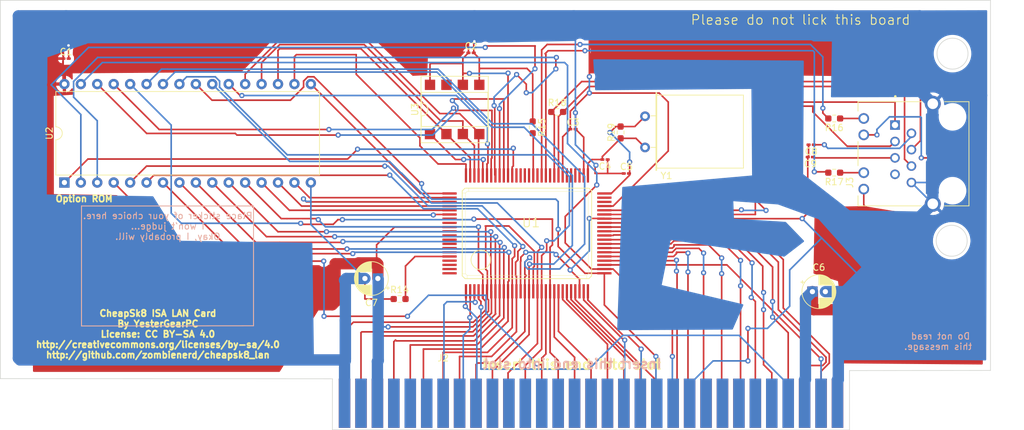
<source format=kicad_pcb>
(kicad_pcb (version 20211014) (generator pcbnew)
  (title_block (title "CheapSk8 LAN") (rev "1") (comment 2 "https://creativecommons.org/licenses/by-sa/4.0/") (comment 3 "License: CC BY-SA 4.0") (comment 4 "Author: YesterGearPC (Adam Brisebois)"))
  (layers (0 "F.Cu" signal) (31 "B.Cu" signal) (34 "B.Paste" user) (35 "F.Paste" user) (36 "B.SilkS" user "B.Silkscreen") (37 "F.SilkS" user "F.Silkscreen") (38 "B.Mask" user) (39 "F.Mask" user) (44 "Edge.Cuts" user))
  (net 0 "")
  (net 1 "Net-(U1-Pad82)")
  (net 2 "Net-(U1-Pad79)")
  (net 3 "Net-(U1-Pad84)")
  (net 4 "Net-(U1-Pad85)")
  (net 5 "Net-(U1-Pad69)")
  (net 6 "Net-(U1-Pad78)")
  (net 7 "Net-(U1-Pad72)")
  (net 8 "Net-(U1-Pad71)")
  (net 9 "Net-(U1-Pad81)")
  (net 10 "GND")
  (net 11 "Net-(U1-Pad64)")
  (net 12 "Net-(U1-Pad96)")
  (net 13 "Net-(J3-Pad12)")
  (net 14 "Net-(U1-Pad62)")
  (net 15 "Net-(J3-Pad10)")
  (net 16 "Net-(U1-Pad61)")
  (net 17 "Net-(U1-Pad59)")
  (net 18 "Net-(U1-Pad58)")
  (net 19 "Net-(U1-Pad51)")
  (net 20 "Net-(U1-Pad50)")
  (net 21 "Net-(U1-Pad76)")
  (net 22 "Net-(U1-Pad77)")
  (net 23 "VCC")
  (net 25 "Net-(U1-Pad73)")
  (net 26 "Net-(U1-Pad20)")
  (net 27 "Net-(U1-Pad13)")
  (net 28 "Net-(U1-Pad12)")
  (net 29 "Net-(U1-Pad11)")
  (net 30 "Net-(U1-Pad10)")
  (net 31 "Net-(U1-Pad9)")
  (net 32 "Net-(U1-Pad8)")
  (net 33 "Net-(U1-Pad7)")
  (net 34 "Net-(U1-Pad5)")
  (net 35 "Net-(U1-Pad80)")
  (net 36 "Net-(U1-Pad75)")
  (net 37 "Net-(U1-Pad18)")
  (net 38 "Net-(U1-Pad31)")
  (net 39 "Net-(U1-Pad19)")
  (net 40 "Net-(U1-Pad16)")
  (net 41 "Net-(U1-Pad15)")
  (net 42 "Net-(U1-Pad21)")
  (net 43 "Net-(U1-Pad74)")
  (net 44 "Net-(U1-Pad32)")
  (net 45 "Net-(U1-Pad33)")
  (net 46 "Net-(U1-Pad4)")
  (net 52 "Net-(U1-Pad30)")
  (net 53 "Net-(U1-Pad29)")
  (net 62 "Net-(U1-Pad1)")
  (net 63 "Net-(U1-Pad2)")
  (net 64 "Net-(U1-Pad3)")
  (net 70 "Net-(U1-Pad43)")
  (net 71 "Net-(U1-Pad42)")
  (net 72 "Net-(U1-Pad41)")
  (net 73 "Net-(U1-Pad40)")
  (net 74 "Net-(U1-Pad39)")
  (net 75 "Net-(U1-Pad38)")
  (net 76 "Net-(U1-Pad37)")
  (net 77 "Net-(U1-Pad36)")
  (net 78 "Net-(U1-Pad35)")
  (net 79 "Net-(U1-Pad34)")
  (net 80 "Net-(U1-Pad27)")
  (net 81 "Net-(U1-Pad26)")
  (net 82 "Net-(U1-Pad25)")
  (net 83 "Net-(U1-Pad24)")
  (net 84 "Net-(U1-Pad23)")
  (net 85 "Net-(U1-Pad22)")
  (net 86 "Net-(C9-Pad1)")
  (net 87 "Net-(C8-Pad1)")
  (net 88 "Net-(U1-Pad45)")
  (net 89 "Net-(U1-Pad46)")
  (footprint "ISABUS:RTL8019AS" (layer "F.Cu") (at 134.747 110.871)
    (fp_text reference "U1")
    (fp_text value "RTL8019AS")
  )
  (footprint "Resistor_SMD:R_0603_1608Metric_Pad0.98x0.95mm_HandSolder" (layer "F.Cu") (at 139.4225 92.075)
    (fp_text reference "R18")
    (fp_text value "200")
  )
  (footprint "Resistor_SMD:R_0603_1608Metric_Pad0.98x0.95mm_HandSolder" (layer "F.Cu") (at 115.062 121.031)
    (fp_text reference "R14")
    (fp_text value "27k")
  )
  (footprint "Resistor_SMD:R_0603_1608Metric_Pad0.98x0.95mm_HandSolder" (layer "F.Cu") (at 182.245 93.091 180)
    (fp_text reference "R16")
    (fp_text value "470")
  )
  (footprint "Capacitor_SMD:C_0201_0603Metric_Pad0.64x0.40mm_HandSolder" (layer "F.Cu") (at 146.812 99.441 180)
    (fp_text reference "C4")
    (fp_text value "10pF")
  )
  (footprint "Crystal:Crystal_HC49-U_Horizontal" (layer "F.Cu") (at 153.005 97.573 90)
    (fp_text reference "Y1")
    (fp_text value "20MHz")
  )
  (footprint "Package_DIP:DIP-8_W7.62mm_SMDSocket_SmallPads" (layer "F.Cu") (at 123.571 91.694 90)
    (fp_text reference "U3")
    (fp_text value "93LCxxC")
  )
  (footprint "Capacitor_SMD:C_0201_0603Metric_Pad0.64x0.40mm_HandSolder" (layer "F.Cu") (at 126.111 82.931)
    (fp_text reference "C2")
    (fp_text value "0.1uF")
  )
  (footprint "ISABUS:BUS_PC" (layer "F.Cu") (at 182.753 137.16)
    (fp_text reference "J2")
    (fp_text value "Bus_ISA_8bit")
  )
  (footprint "Capacitor_SMD:C_0201_0603Metric_Pad0.64x0.40mm_HandSolder" (layer "F.Cu") (at 63.5 83.82)
    (fp_text reference "C1")
    (fp_text value "0.1uf")
  )
  (footprint "Capacitor_THT:CP_Radial_D5.0mm_P2.00mm" (layer "F.Cu") (at 178.876888 119.888)
    (fp_text reference "C6")
    (fp_text value "22uF")
  )
  (footprint "Capacitor_SMD:C_0201_0603Metric_Pad0.64x0.40mm_HandSolder" (layer "F.Cu") (at 178.562 99.06 180)
    (fp_text reference "C9")
    (fp_text value "0.01uF")
  )
  (footprint "Resistor_SMD:R_0603_1608Metric_Pad0.98x0.95mm_HandSolder" (layer "F.Cu") (at 135.636 94.4645 -90)
    (fp_text reference "R15")
    (fp_text value "10k")
  )
  (footprint "Resistor_SMD:R_0603_1608Metric_Pad0.98x0.95mm_HandSolder" (layer "F.Cu") (at 182.245 101.473 180)
    (fp_text reference "R17")
    (fp_text value "470")
  )
  (footprint "Capacitor_SMD:C_0201_0603Metric_Pad0.64x0.40mm_HandSolder" (layer "F.Cu") (at 150.114 101.6)
    (fp_text reference "C5")
    (fp_text value "10pF")
  )
  (footprint "Capacitor_SMD:C_0201_0603Metric_Pad0.64x0.40mm_HandSolder" (layer "F.Cu") (at 141.859 94.742)
    (fp_text reference "C3")
    (fp_text value "0.1uF")
  )
  (footprint "Resistor_SMD:R_0603_1608Metric_Pad0.98x0.95mm_HandSolder" (layer "F.Cu") (at 149.225 95.25 90)
    (fp_text reference "R19")
    (fp_text value "1M")
  )
  (footprint "Capacitor_SMD:C_0201_0603Metric_Pad0.64x0.40mm_HandSolder" (layer "F.Cu") (at 178.689 97.155 180)
    (fp_text reference "C8")
    (fp_text value "0.01uF")
  )
  (footprint "Capacitor_THT:CP_Radial_D5.0mm_P2.00mm" (layer "F.Cu") (at 111.699113 117.856 180)
    (fp_text reference "C7")
    (fp_text value "22uF")
  )
  (footprint "Package_DIP:DIP-32_W15.24mm" (layer "F.Cu") (at 63.246 103.002 90)
    (fp_text reference "U2")
    (fp_text value "SST39SF040")
  )
  (footprint "ISABUS:BEL_SI-50170-F" (layer "F.Cu") (at 200.533 98.552 90)
    (fp_text reference "J3")
    (fp_text value "SI-50170-F")
  )
  (gr_line (start 92.4814 106.6292) (end 92.4814 125.1712) (layer "B.SilkS") (width 0.15))
  (gr_line (start 65.8876 125.1966) (end 92.4814 125.1712) (layer "B.SilkS") (width 0.15))
  (gr_line (start 65.8876 106.6292) (end 92.4814 106.6292) (layer "B.SilkS") (width 0.15))
  (gr_line (start 65.8876 106.6292) (end 65.8876 125.1966) (layer "B.SilkS") (width 0.15))
  (gr_line (start 206.4004 132.08) (end 206.4004 74.803) (layer "Edge.Cuts") (width 0.1))
  (gr_line (start 104.6734 133.3754) (end 104.6734 141.2748) (layer "Edge.Cuts") (width 0.1))
  (gr_line (start 206.4004 74.803) (end 53.34 74.803) (layer "Edge.Cuts") (width 0.1))
  (gr_line (start 184.6072 132.1054) (end 206.4004 132.08) (layer "Edge.Cuts") (width 0.1))
  (gr_line (start 53.34 74.803) (end 53.34 133.35) (layer "Edge.Cuts") (width 0.1))
  (gr_circle (center 200.533 83.058) (end 201.803 81.026) (layer "Edge.Cuts") (width 0.1) (fill none))
  (gr_line (start 104.6734 141.2748) (end 184.6072 141.3002) (layer "Edge.Cuts") (width 0.1))
  (gr_circle (center 200.406 112.014) (end 201.676 109.982) (layer "Edge.Cuts") (width 0.1) (fill none))
  (gr_line (start 53.34 133.35) (end 104.6734 133.3754) (layer "Edge.Cuts") (width 0.1))
  (gr_line (start 184.6072 141.3002) (end 184.6072 132.1054) (layer "Edge.Cuts") (width 0.1))
  (gr_text "Insert this end into slot" (at 141.7574 131.064) (layer "B.SilkS") (effects (font (size 1.5 1.5) (thickness 0.3)) (justify mirror)))
  (gr_text "Place sticker of your choice here.\nI won't judge...\nOkay, I probably will." (at 79.2226 109.7534) (layer "B.SilkS") (effects (font (size 1 1)) (justify mirror)))
  (gr_text "Do not read \nthis message." (at 198.2978 127.5842) (layer "B.SilkS") (effects (font (size 1 1)) (justify mirror)))
  (gr_text "Insert this end into slot" (at 141.6304 131.1656) (layer "F.SilkS") (effects (font (size 1.5 1.5) (thickness 0.3))))
  (gr_text "Please do not lick this board" (at 177.038 77.8256) (layer "F.SilkS") (effects (font (size 1.5 1.5))))
  (gr_text "CheapSk8 ISA LAN Card\nBy YesterGearPC\nLicense: CC BY-SA 4.0\nhttp://creativecommons.org/licenses/by-sa/4.0\nhttp://github.com/zombienerd/cheapsk8_lan" (at 77.6986 126.4666) (layer "F.SilkS") (effects (font (size 1 1) (thickness 0.25))))
  (gr_text "Option ROM" (at 66.294 105.5116) (layer "F.SilkS") (effects (font (size 1 1) (thickness 0.25))))
  (segment (start 122.782 105.346) (end 101.15 105.346) (width 0.25) (layer "F.Cu") (net 1))
  (segment (start 101.15 105.346) (end 98.806 103.002) (width 0.25) (layer "F.Cu") (net 1))
  (segment (start 125.972 99.175) (end 122.301 95.504) (width 0.25) (layer "F.Cu") (net 2))
  (segment (start 122.301 95.504) (end 109.093 82.296) (width 0.25) (layer "F.Cu") (net 2))
  (segment (start 96.266 82.55) (end 96.266 87.762) (width 0.25) (layer "F.Cu") (net 2))
  (segment (start 109.093 82.296) (end 96.52 82.296) (width 0.25) (layer "F.Cu") (net 2))
  (segment (start 125.972 101.906) (end 125.972 99.175) (width 0.25) (layer "F.Cu") (net 2))
  (segment (start 96.52 82.296) (end 96.266 82.55) (width 0.25) (layer "F.Cu") (net 2))
  (segment (start 99.91 106.646) (end 96.266 103.002) (width 0.25) (layer "F.Cu") (net 3))
  (segment (start 122.782 106.646) (end 99.91 106.646) (width 0.25) (layer "F.Cu") (net 3))
  (segment (start 98.02 107.296) (end 93.726 103.002) (width 0.25) (layer "F.Cu") (net 4))
  (segment (start 122.782 107.296) (end 98.02 107.296) (width 0.25) (layer "F.Cu") (net 4))
  (segment (start 80.0608 99.3648) (end 107.0356 99.3648) (width 0.25) (layer "F.Cu") (net 5))
  (segment (start 66.8832 99.3648) (end 80.0608 99.3648) (width 0.25) (layer "F.Cu") (net 5))
  (segment (start 132.6388 97.6884) (end 132.6388 100.4316) (width 0.25) (layer "F.Cu") (net 5))
  (segment (start 132.6388 100.4316) (end 132.472 100.5984) (width 0.25) (layer "F.Cu") (net 5))
  (segment (start 132.472 100.5984) (end 132.472 101.906) (width 0.25) (layer "F.Cu") (net 5))
  (segment (start 107.0356 99.3648) (end 108.5596 97.8408) (width 0.25) (layer "F.Cu") (net 5))
  (segment (start 63.246 103.002) (end 66.8832 99.3648) (width 0.25) (layer "F.Cu") (net 5))
  (via (at 108.5596 97.8408) (size 0.8) (drill 0.4) (layers "F.Cu" "B.Cu") (net 5))
  (via (at 132.6388 97.6884) (size 0.8) (drill 0.4) (layers "F.Cu" "B.Cu") (net 5))
  (segment (start 108.5596 97.8408) (end 132.4864 97.8408) (width 0.25) (layer "B.Cu") (net 5))
  (segment (start 132.4864 97.8408) (end 132.6388 97.6884) (width 0.25) (layer "B.Cu") (net 5))
  (segment (start 96.519283 81.661) (end 93.726 84.454283) (width 0.25) (layer "F.Cu") (net 6))
  (segment (start 124.841 95.504) (end 124.841 93.472) (width 0.25) (layer "F.Cu") (net 6))
  (segment (start 109.601 81.661) (end 96.519283 81.661) (width 0.25) (layer "F.Cu") (net 6))
  (segment (start 126.622 97.285) (end 124.841 95.504) (width 0.25) (layer "F.Cu") (net 6))
  (segment (start 126.622 101.906) (end 126.622 97.285) (width 0.25) (layer "F.Cu") (net 6))
  (segment (start 121.412 93.472) (end 109.601 81.661) (width 0.25) (layer "F.Cu") (net 6))
  (segment (start 124.841 93.472) (end 121.412 93.472) (width 0.25) (layer "F.Cu") (net 6))
  (segment (start 93.726 84.454283) (end 93.726 87.762) (width 0.25) (layer "F.Cu") (net 6))
  (segment (start 135.9916 81.8896) (end 136.017 81.8642) (width 0.25) (layer "F.Cu") (net 7))
  (segment (start 136.017 81.8642) (end 128.524 81.8642) (width 0.25) (layer "F.Cu") (net 7))
  (segment (start 130.522 101.906) (end 130.522 91.5915) (width 0.25) (layer "F.Cu") (net 7))
  (segment (start 135.9916 85.3948) (end 135.9916 81.8896) (width 0.25) (layer "F.Cu") (net 7))
  (segment (start 130.522 91.5915) (end 130.4975 91.567) (width 0.25) (layer "F.Cu") (net 7))
  (segment (start 128.524 81.8642) (end 128.2954 82.0928) (width 0.25) (layer "F.Cu") (net 7))
  (via (at 128.2954 82.0928) (size 0.8) (drill 0.4) (layers "F.Cu" "B.Cu") (net 7))
  (via (at 135.9916 85.3948) (size 0.8) (drill 0.4) (layers "F.Cu" "B.Cu") (net 7))
  (via (at 130.4975 91.567) (size 0.8) (drill 0.4) (layers "F.Cu" "B.Cu") (net 7))
  (segment (start 66.9798 82.0928) (end 61.1886 87.884) (width 0.25) (layer "B.Cu") (net 7))
  (segment (start 130.4975 91.567) (end 130.4975 90.8889) (width 0.25) (layer "B.Cu") (net 7))
  (segment (start 130.4975 90.8889) (end 135.9916 85.3948) (width 0.25) (layer "B.Cu") (net 7))
  (segment (start 61.1886 87.884) (end 65.786 92.4814) (width 0.25) (layer "B.Cu") (net 7))
  (segment (start 128.2954 82.0928) (end 66.9798 82.0928) (width 0.25) (layer "B.Cu") (net 7))
  (segment (start 65.786 92.4814) (end 65.786 103.002) (width 0.25) (layer "B.Cu") (net 7))
  (segment (start 89.916 95.6564) (end 105.5624 95.6564) (width 0.25) (layer "F.Cu") (net 8))
  (segment (start 131.172 90.0874) (end 131.172 101.906) (width 0.25) (layer "F.Cu") (net 8))
  (segment (start 89.662 95.4024) (end 89.916 95.6564) (width 0.25) (layer "F.Cu") (net 8))
  (segment (start 68.326 87.762) (end 75.9664 95.4024) (width 0.25) (layer "F.Cu") (net 8))
  (segment (start 131.191 90.0684) (end 131.172 90.0874) (width 0.25) (layer "F.Cu") (net 8))
  (segment (start 75.9664 95.4024) (end 89.662 95.4024) (width 0.25) (layer "F.Cu") (net 8))
  (segment (start 123.2154 90.3224) (end 123.4694 90.0684) (width 0.25) (layer "F.Cu") (net 8))
  (segment (start 123.4694 90.0684) (end 131.191 90.0684) (width 0.25) (layer "F.Cu") (net 8))
  (via (at 105.5624 95.6564) (size 0.8) (drill 0.4) (layers "F.Cu" "B.Cu") (net 8))
  (via (at 123.2154 90.3224) (size 0.8) (drill 0.4) (layers "F.Cu" "B.Cu") (net 8))
  (segment (start 120.181504 95.6564) (end 124.067711 91.770193) (width 0.25) (layer "B.Cu") (net 8))
  (segment (start 124.067711 91.174711) (end 123.2154 90.3224) (width 0.25) (layer "B.Cu") (net 8))
  (segment (start 105.5624 95.6564) (end 120.181504 95.6564) (width 0.25) (layer "B.Cu") (net 8))
  (segment (start 124.067711 91.770193) (end 124.067711 91.174711) (width 0.25) (layer "B.Cu") (net 8))
  (segment (start 122.782 104.696) (end 118.28 104.696) (width 0.25) (layer "F.Cu") (net 9))
  (segment (start 118.28 104.696) (end 101.346 87.762) (width 0.25) (layer "F.Cu") (net 9))
  (segment (start 178.2815 98.933) (end 178.1545 99.06) (width 0.25) (layer "F.Cu") (net 10))
  (segment (start 122.782 105.996) (end 100.662 105.996) (width 0.25) (layer "F.Cu") (net 10))
  (segment (start 145.288 101.6) (end 145.288 100.457) (width 0.25) (layer "F.Cu") (net 10))
  (segment (start 127.381 83.7935) (end 127.381 85.471) (width 0.25) (layer "F.Cu") (net 10))
  (segment (start 127.381 85.471) (end 127.381 87.884) (width 0.25) (layer "F.Cu") (net 10))
  (segment (start 63.9075 81.8145) (end 63.881 81.788) (width 0.25) (layer "F.Cu") (net 10))
  (segment (start 144.3869 108.5596) (end 146.6756 108.5596) (width 0.25) (layer "F.Cu") (net 10))
  (segment (start 147.193 101.6) (end 145.288 101.6) (width 0.25) (layer "F.Cu") (net 10))
  (segment (start 178.1545 107.7225) (end 177.292 108.585) (width 0.25) (layer "F.Cu") (net 10))
  (segment (start 145.288 100.457) (end 145.415 100.33) (width 0.25) (layer "F.Cu") (net 10))
  (segment (start 126.5185 82.931) (end 127.381 83.7935) (width 0.25) (layer "F.Cu") (net 10))
  (segment (start 142.872 119.836) (end 142.872 117.98) (width 0.25) (layer "F.Cu") (net 10))
  (segment (start 133.79952 114.562118) (end 134.570508 113.79113) (width 0.25) (layer "F.Cu") (net 10))
  (segment (start 178.1545 99.06) (end 178.1545 107.7225) (width 0.25) (layer "F.Cu") (net 10))
  (segment (start 178.2815 97.155) (end 178.2815 98.933) (width 0.25) (layer "F.Cu") (net 10))
  (segment (start 142.872 117.98) (end 141.4272 116.5352) (width 0.25) (layer "F.Cu") (net 10))
  (segment (start 147.2195 99.441) (end 147.2195 101.5735) (width 0.25) (layer "F.Cu") (net 10))
  (segment (start 133.79952 115.173197) (end 133.79952 114.562118) (width 0.25) (layer "F.Cu") (net 10))
  (segment (start 109.699113 121.002113) (end 109.699113 117.856) (width 0.25) (layer "F.Cu") (net 10))
  (segment (start 146.712 108.596) (end 177.281 108.596) (width 0.25) (layer "F.Cu") (net 10))
  (segment (start 109.728 121.031) (end 109.699113 121.002113) (width 0.25) (layer "F.Cu") (net 10))
  (segment (start 100.662 105.996) (end 100.203 105.537) (width 0.25) (layer "F.Cu") (net 10))
  (segment (start 135.636 93.552) (end 135.636 86.233) (width 0.25) (layer "F.Cu") (net 10))
  (segment (start 168.91 130.6068) (end 168.91 125.5776) (width 0.25) (layer "F.Cu") (net 10))
  (segment (start 122.782 107.946) (end 120.3435 107.946) (width 0.25) (layer "F.Cu") (net 10))
  (segment (start 135.636 86.233) (end 134.747 85.344) (width 0.25) (layer "F.Cu") (net 10))
  (segment (start 63.9075 83.82) (end 63.9075 81.8145) (width 0.25) (layer "F.Cu") (net 10))
  (segment (start 139.2428 114.1476) (end 141.4272 116.332) (width 0.25) (layer "F.Cu") (net 10))
  (segment (start 126.5185 81.2535) (end 126.619 81.153) (width 0.25) (layer "F.Cu") (net 10))
  (segment (start 143.522 101.906) (end 143.522 95.9975) (width 0.25) (layer "F.Cu") (net 10))
  (segment (start 147.193 101.6) (end 149.7065 101.6) (width 0.25) (layer "F.Cu") (net 10))
  (segment (start 134.747 85.344) (end 127.508 85.344) (width 0.25) (layer "F.Cu") (net 10))
  (segment (start 126.5185 82.931) (end 126.5185 81.2535) (width 0.25) (layer "F.Cu") (net 10))
  (segment (start 147.2195 101.5735) (end 147.193 101.6) (width 0.25) (layer "F.Cu") (net 10))
  (segment (start 127.508 85.344) (end 127.381 85.471) (width 0.25) (layer "F.Cu") (net 10))
  (segment (start 146.6756 108.5596) (end 146.712 108.596) (width 0.25) (layer "F.Cu") (net 10))
  (segment (start 133.772 119.836) (end 133.7564 119.8204) (width 0.25) (layer "F.Cu") (net 10))
  (segment (start 142.2665 92.2285) (end 142.24 92.202) (width 0.25) (layer "F.Cu") (net 10))
  (segment (start 141.4272 116.332) (end 141.4272 116.5352) (width 0.25) (layer "F.Cu") (net 10))
  (segment (start 120.3435 107.946) (end 120.269 108.0205) (width 0.25) (layer "F.Cu") (net 10))
  (segment (start 142.2665 94.742) (end 142.2665 92.2285) (width 0.25) (layer "F.Cu") (net 10))
  (segment (start 133.7564 115.216318) (end 133.79952 115.173197) (width 0.25) (layer "F.Cu") (net 10))
  (segment (start 177.281 108.596) (end 177.292 108.585) (width 0.25) (layer "F.Cu") (net 10))
  (segment (start 143.522 95.9975) (end 142.2665 94.742) (width 0.25) (layer "F.Cu") (net 10))
  (segment (start 133.7564 119.8204) (end 133.7564 115.216318) (width 0.25) (layer "F.Cu") (net 10))
  (segment (start 114.1495 121.031) (end 109.728 121.031) (width 0.25) (layer "F.Cu") (net 10))
  (via (at 126.619 81.153) (size 0.8) (drill 0.4) (layers "F.Cu" "B.Cu") (net 10))
  (via (at 63.881 81.788) (size 0.8) (drill 0.4) (layers "F.Cu" "B.Cu") (net 10))
  (via (at 141.4272 116.5352) (size 0.8) (drill 0.4) (layers "F.Cu" "B.Cu") (net 10))
  (via (at 168.91 125.5776) (size 0.8) (drill 0.4) (layers "F.Cu" "B.Cu") (net 10))
  (via (at 144.3869 108.5596) (size 0.8) (drill 0.4) (layers "F.Cu" "B.Cu") (net 10))
  (via (at 145.415 100.33) (size 0.8) (drill 0.4) (layers "F.Cu" "B.Cu") (net 10))
  (via (at 168.91 130.6068) (size 0.8) (drill 0.4) (layers "F.Cu" "B.Cu") (net 10))
  (via (at 120.269 108.0205) (size 0.8) (drill 0.4) (layers "F.Cu" "B.Cu") (net 10))
  (via (at 139.2428 114.1476) (size 0.8) (drill 0.4) (layers "F.Cu" "B.Cu") (net 10))
  (via (at 100.203 105.537) (size 0.8) (drill 0.4) (layers "F.Cu" "B.Cu") (net 10))
  (via (at 177.292 108.585) (size 0.8) (drill 0.4) (layers "F.Cu" "B.Cu") (net 10))
  (via (at 142.24 92.202) (size 0.8) (drill 0.4) (layers "F.Cu" "B.Cu") (net 10))
  (via (at 134.570508 113.79113) (size 0.8) (drill 0.4) (layers "F.Cu" "B.Cu") (net 10))
  (segment (start 159.893 137.16) (end 159.893 134.24) (width 0.25) (layer "B.Cu") (net 10))
  (segment (start 195.58 77.343) (end 195.453 77.216) (width 1.75) (layer "B.Cu") (net 10))
  (segment (start 63.5 77.216) (end 56.134 77.216) (width 1.75) (layer "B.Cu") (net 10))
  (segment (start 101.346 107.95) (end 101.346 109.502887) (width 0.25) (layer "B.Cu") (net 10))
  (segment (start 177.292 108.585) (end 180.3019 111.5949) (width 0.25) (layer "B.Cu") (net 10))
  (segment (start 194.183 102.997) (end 197.483 106.297) (width 0.25) (layer "B.Cu") (net 10))
  (segment (start 194.183 102.997) (end 197.104 102.997) (width 0.25) (layer "B.Cu") (net 10))
  (segment (start 183.892 119.888) (end 185.9895 117.7905) (width 1.75) (layer "B.Cu") (net 10))
  (segment (start 163.5262 130.6068) (end 168.91 130.6068) (width 0.25) (layer "B.Cu") (net 10))
  (segment (start 171.921304 125.5776) (end 175.3616 122.137304) (width 0.25) (layer "B.Cu") (net 10))
  (segment (start 100.203 105.537) (end 100.584 105.918) (width 0.25) (layer "B.Cu") (net 10))
  (segment (start 142.24 97.155) (end 142.24 92.202) (width 0.25) (layer "B.Cu") (net 10))
  (segment (start 106.68 130.556) (end 106.553 130.683) (width 1.75) (layer "B.Cu") (net 10))
  (segment (start 106.807 117.856) (end 109.699113 117.856) (width 1.75) (layer "B.Cu") (net 10))
  (segment (start 185.9895 117.7905) (end 197.483 106.297) (width 1.75) (layer "B.Cu") (net 10))
  (segment (start 197.483 106.297) (end 197.483 102.618) (width 1.75) (layer "B.Cu") (net 10))
  (segment (start 195.453 77.216) (end 141.986 77.216) (width 1.75) (layer "B.Cu") (net 10))
  (segment (start 63.881 81.788) (end 63.881 77.597) (width 0.25) (layer "B.Cu") (net 10))
  (segment (start 106.5276 130.4544) (end 106.68 130.302) (width 1.75) (layer "B.Cu") (net 10))
  (segment (start 185.9895 117.2825) (end 185.9895 117.7905) (width 0.25) (layer "B.Cu") (net 10))
  (segment (start 63.881 77.597) (end 63.5 77.216) (width 0.25) (layer "B.Cu") (net 10))
  (segment (start 106.553 118.11) (end 106.807 117.856) (width 1.75) (layer "B.Cu") (net 10))
  (segment (start 168.91 125.5776) (end 171.921304 125.5776) (width 0.25) (layer "B.Cu") (net 10))
  (segment (start 106.553 130.683) (end 106.553 133.49548) (width 1.75) (layer "B.Cu") (net 10))
  (segment (start 106.68 118.237) (end 106.553 118.11) (width 1.75) (layer "B.Cu") (net 10))
  (segment (start 182.88 120.015) (end 182.88 133.49548) (width 1.75) (layer "B.Cu") (net 10))
  (segment (start 138.88633 113.79113) (end 139.2428 114.1476) (width 0.25) (layer "B.Cu") (net 10))
  (segment (start 197.483 90.807) (end 195.453 88.777) (width 1.75) (layer "B.Cu") (net 10))
  (segment (start 197.483 102.618) (end 197.483 90.807) (width 1.75) (layer "B.Cu") (net 10))
  (segment (start 180.3019 111.5949) (end 185.9895 117.2825) (width 0.25) (layer "B.Cu") (net 10))
  (segment (start 56.134 77.216) (end 56.134 130.2004) (width 1.75) (layer "B.Cu") (net 10))
  (segment (start 134.570508 113.79113) (end 138.88633 113.79113) (width 0.25) (layer "B.Cu") (net 10))
  (segment (start 101.4165 108.0205) (end 101.346 107.95) (width 0.25) (layer "B.Cu") (net 10))
  (segment (start 142.24 92.202) (end 142.24 77.47) (width 0.25) (layer "B.Cu") (net 10))
  (segment (start 56.388 130.4544) (end 106.5276 130.4544) (width 1.75) (layer "B.Cu") (net 10))
  (segment (start 56.134 130.2004) (end 56.388 130.4544) (width 1.75) (layer "B.Cu") (net 10))
  (segment (start 195.453 88.777) (end 195.453 77.47) (width 1.75) (layer "B.Cu") (net 10))
  (segment (start 182.753 119.888) (end 180.876888 119.888) (width 1.75) (layer "B.Cu") (net 10))
  (segment (start 145.415 100.33) (end 142.24 97.155) (width 0.25) (layer "B.Cu") (net 10))
  (segment (start 101.346 109.502887) (end 109.699113 117.856) (width 0.25) (layer "B.Cu") (net 10))
  (segment (start 126.619 81.153) (end 126.619 77.216) (width 0.25) (layer "B.Cu") (net 10))
  (segment (start 159.893 134.24) (end 163.5262 130.6068) (width 0.25) (layer "B.Cu") (net 10))
  (segment (start 126.619 77.216) (end 63.5 77.216) (width 1.75) (layer "B.Cu") (net 10))
  (segment (start 182.753 119.888) (end 183.892 119.888) (width 1.75) (layer "B.Cu") (net 10))
  (segment (start 141.986 77.216) (end 126.619 77.216) (width 1.75) (layer "B.Cu") (net 10))
  (segment (start 182.88 133.49548) (end 182.753 133.49548) (width 1.75) (layer "B.Cu") (net 10))
  (segment (start 101.346 105.918) (end 101.346 107.95) (width 0.25) (layer "B.Cu") (net 10))
  (segment (start 120.269 108.0205) (end 101.4165 108.0205) (width 0.25) (layer "B.Cu") (net 10))
  (segment (start 144.3869 113.5755) (end 144.3869 108.5596) (width 0.25) (layer "B.Cu") (net 10))
  (segment (start 106.68 124.333) (end 106.68 118.237) (width 1.75) (layer "B.Cu") (net 10))
  (segment (start 175.3616 116.5352) (end 180.3019 111.5949) (width 0.25) (layer "B.Cu") (net 10))
  (segment (start 142.24 77.47) (end 141.986 77.216) (width 0.25) (layer "B.Cu") (net 10))
  (segment (start 175.3616 122.137304) (end 175.3616 116.5352) (width 0.25) (layer "B.Cu") (net 10))
  (segment (start 197.104 102.997) (end 197.483 102.618) (width 0.25) (layer "B.Cu") (net 10))
  (segment (start 106.68 130.302) (end 106.68 124.333) (width 1.75) (layer "B.Cu") (net 10))
  (segment (start 106.68 124.333) (end 106.68 130.556) (width 1.75) (layer "B.Cu") (net 10))
  (segment (start 141.4272 116.5352) (end 144.3869 113.5755) (width 0.25) (layer "B.Cu") (net 10))
  (segment (start 101.346 103.002) (end 101.346 105.918) (width 0.25) (layer "B.Cu") (net 10))
  (segment (start 182.753 119.888) (end 182.88 120.015) (width 1.75) (layer "B.Cu") (net 10))
  (segment (start 100.584 105.918) (end 101.346 105.918) (width 0.25) (layer "B.Cu") (net 10))
  (segment (start 195.453 77.47) (end 195.58 77.343) (width 1.75) (layer "B.Cu") (net 10))
  (segment (start 135.636 95.377) (end 135.722 95.463) (width 0.25) (layer "F.Cu") (net 11))
  (segment (start 135.722 95.463) (end 135.722 101.906) (width 0.25) (layer "F.Cu") (net 11))
  (segment (start 115.9745 115.9275) (end 117.456 114.446) (width 0.25) (layer "F.Cu") (net 12))
  (segment (start 115.9745 121.031) (end 115.9745 115.9275) (width 0.25) (layer "F.Cu") (net 12))
  (segment (start 117.456 114.446) (end 122.782 114.446) (width 0.25) (layer "F.Cu") (net 12))
  (segment (start 183.1615 93.087) (end 186.813 93.087) (width 0.25) (layer "F.Cu") (net 13))
  (segment (start 183.1575 93.091) (end 183.1615 93.087) (width 0.25) (layer "F.Cu") (net 13))
  (segment (start 137.8712 81.6356) (end 142.9512 81.6356) (width 0.25) (layer "F.Cu") (net 14))
  (segment (start 180.4924 92.2509) (end 181.3325 93.091) (width 0.25) (layer "F.Cu") (net 14))
  (segment (start 180.4924 91.4908) (end 180.4924 92.2509) (width 0.25) (layer "F.Cu") (net 14))
  (segment (start 137.022 101.906) (end 137.022 82.4848) (width 0.25) (layer "F.Cu") (net 14))
  (segment (start 137.022 82.4848) (end 137.8712 81.6356) (width 0.25) (layer "F.Cu") (net 14))
  (via (at 180.4924 91.4908) (size 0.8) (drill 0.4) (layers "F.Cu" "B.Cu") (net 14))
  (via (at 142.9512 81.6356) (size 0.8) (drill 0.4) (layers "F.Cu" "B.Cu") (net 14))
  (segment (start 178.568206 81.6356) (end 180.4924 83.559794) (width 0.25) (layer "B.Cu") (net 14))
  (segment (start 142.9512 81.6356) (end 178.568206 81.6356) (width 0.25) (layer "B.Cu") (net 14))
  (segment (start 180.4924 83.559794) (end 180.4924 91.4908) (width 0.25) (layer "B.Cu") (net 14))
  (segment (start 183.1575 101.473) (end 183.1615 101.477) (width 0.25) (layer "F.Cu") (net 15))
  (segment (start 183.1615 101.477) (end 186.813 101.477) (width 0.25) (layer "F.Cu") (net 15))
  (segment (start 137.5664 83.058) (end 138.0236 82.6008) (width 0.25) (layer "F.Cu") (net 16))
  (segment (start 181.2055 101.346) (end 181.3325 101.473) (width 0.25) (layer "F.Cu") (net 16))
  (segment (start 137.672 83.1636) (end 137.5664 83.058) (width 0.25) (layer "F.Cu") (net 16))
  (segment (start 138.0236 82.6008) (end 143.7132 82.6008) (width 0.25) (layer "F.Cu") (net 16))
  (segment (start 137.672 101.906) (end 137.672 83.1636) (width 0.25) (layer "F.Cu") (net 16))
  (segment (start 179.1716 101.346) (end 181.2055 101.346) (width 0.25) (layer "F.Cu") (net 16))
  (via (at 179.1716 101.346) (size 0.8) (drill 0.4) (layers "F.Cu" "B.Cu") (net 16))
  (via (at 143.7132 82.6008) (size 0.8) (drill 0.4) (layers "F.Cu" "B.Cu") (net 16))
  (segment (start 179.1716 82.804) (end 179.1716 101.346) (width 0.25) (layer "B.Cu") (net 16))
  (segment (start 143.7132 82.6008) (end 178.9684 82.6008) (width 0.25) (layer "B.Cu") (net 16))
  (segment (start 178.9684 82.6008) (end 179.1716 82.804) (width 0.25) (layer "B.Cu") (net 16))
  (segment (start 195.58 96.52) (end 194.183 97.917) (width 0.25) (layer "F.Cu") (net 17))
  (segment (start 143.209 87.376) (end 194.945 87.376) (width 0.25) (layer "F.Cu") (net 17))
  (segment (start 194.945 87.376) (end 195.58 88.011) (width 0.25) (layer "F.Cu") (net 17))
  (segment (start 138.972 101.906) (end 138.972 92.537) (width 0.25) (layer "F.Cu") (net 17))
  (segment (start 195.58 88.011) (end 195.58 96.52) (width 0.25) (layer "F.Cu") (net 17))
  (segment (start 138.51 92.075) (end 143.209 87.376) (width 0.25) (layer "F.Cu") (net 17))
  (segment (start 138.972 92.537) (end 138.51 92.075) (width 0.25) (layer "F.Cu") (net 17))
  (segment (start 193.119489 99.393489) (end 194.183 100.457) (width 0.25) (layer "F.Cu") (net 18))
  (segment (start 144.272 88.138) (end 192.9765 88.138) (width 0.25) (layer "F.Cu") (net 18))
  (segment (start 139.622 92.788) (end 140.335 92.075) (width 0.25) (layer "F.Cu") (net 18))
  (segment (start 140.335 92.075) (end 144.272 88.138) (width 0.25) (layer "F.Cu") (net 18))
  (segment (start 192.9765 88.138) (end 193.167 88.3285) (width 0.25) (layer "F.Cu") (net 18))
  (segment (start 193.119489 88.312511) (end 193.119489 99.393489) (width 0.25) (layer "F.Cu") (net 18))
  (segment (start 139.622 101.906) (end 139.622 92.788) (width 0.25) (layer "F.Cu") (net 18))
  (segment (start 149.225 96.1625) (end 146.4045 98.983) (width 0.25) (layer "F.Cu") (net 19))
  (segment (start 151.5945 96.1625) (end 153.005 97.573) (width 0.25) (layer "F.Cu") (net 19))
  (segment (start 149.225 96.1625) (end 151.5945 96.1625) (width 0.25) (layer "F.Cu") (net 19))
  (segment (start 144.78 99.441) (end 144.172 100.049) (width 0.25) (layer "F.Cu") (net 19))
  (segment (start 146.4045 98.983) (end 146.4045 99.441) (width 0.25) (layer "F.Cu") (net 19))
  (segment (start 144.172 100.049) (end 144.172 101.906) (width 0.25) (layer "F.Cu") (net 19))
  (segment (start 146.4045 99.441) (end 144.78 99.441) (width 0.25) (layer "F.Cu") (net 19))
  (segment (start 150.622 101.854) (end 150.622 101.7005) (width 0.25) (layer "F.Cu") (net 20))
  (segment (start 146.712 104.696) (end 147.78 104.696) (width 0.25) (layer "F.Cu") (net 20))
  (segment (start 150.622 101.4995) (end 150.5215 101.6) (width 0.25) (layer "F.Cu") (net 20))
  (segment (start 148.4865 94.3375) (end 147.574 95.25) (width 0.25) (layer "F.Cu") (net 20))
  (segment (start 149.225 94.3375) (end 148.4865 94.3375) (width 0.25) (layer "F.Cu") (net 20))
  (segment (start 151.4145 94.3375) (end 153.005 92.747) (width 0.25) (layer "F.Cu") (net 20))
  (segment (start 150.622 101.7005) (end 150.5215 101.6) (width 0.25) (layer "F.Cu") (net 20))
  (segment (start 150.622 99.822) (end 150.622 101.4995) (width 0.25) (layer "F.Cu") (net 20))
  (segment (start 149.225 94.3375) (end 151.4145 94.3375) (width 0.25) (layer "F.Cu") (net 20))
  (segment (start 147.78 104.696) (end 150.622 101.854) (width 0.25) (layer "F.Cu") (net 20))
  (via (at 147.574 95.25) (size 0.8) (drill 0.4) (layers "F.Cu" "B.Cu") (net 20))
  (via (at 150.622 99.822) (size 0.8) (drill 0.4) (layers "F.Cu" "B.Cu") (net 20))
  (segment (start 147.574 95.25) (end 150.622 98.298) (width 0.25) (layer "B.Cu") (net 20))
  (segment (start 150.622 98.298) (end 150.622 99.822) (width 0.25) (layer "B.Cu") (net 20))
  (segment (start 127.922 99.5155) (end 127.922 101.906) (width 0.25) (layer "F.Cu") (net 21))
  (segment (start 123.698 99.441) (end 124.968 99.441) (width 0.25) (layer "F.Cu") (net 21))
  (segment (start 127.9965 99.441) (end 127.922 99.5155) (width 0.25) (layer "F.Cu") (net 21))
  (segment (start 119.761 95.504) (end 123.698 99.441) (width 0.25) (layer "F.Cu") (net 21))
  (via (at 127.9965 99.441) (size 0.8) (drill 0.4) (layers "F.Cu" "B.Cu") (net 21))
  (via (at 124.968 99.441) (size 0.8) (drill 0.4) (layers "F.Cu" "B.Cu") (net 21))
  (segment (start 124.968 99.441) (end 127.9965 99.441) (width 0.25) (layer "B.Cu") (net 21))
  (segment (start 127.381 95.376283) (end 124.333717 92.329) (width 0.25) (layer "F.Cu") (net 22))
  (segment (start 127.272 101.906) (end 127.272 95.613) (width 0.25) (layer "F.Cu") (net 22))
  (segment (start 121.285 92.329) (end 110.16748 81.21148) (width 0.25) (layer "F.Cu") (net 22))
  (segment (start 124.333717 92.329) (end 121.285 92.329) (width 0.25) (layer "F.Cu") (net 22))
  (segment (start 127.381 95.504) (end 127.381 95.376283) (width 0.25) (layer "F.Cu") (net 22))
  (segment (start 91.186 86.233) (end 91.186 87.762) (width 0.25) (layer "F.Cu") (net 22))
  (segment (start 96.20752 81.21148) (end 91.186 86.233) (width 0.25) (layer "F.Cu") (net 22))
  (segment (start 127.272 95.613) (end 127.381 95.504) (width 0.25) (layer "F.Cu") (net 22))
  (segment (start 110.16748 81.21148) (end 96.20752 81.21148) (width 0.25) (layer "F.Cu") (net 22))
  (segment (start 131.822 101.906) (end 131.822 86.0725) (width 0.25) (layer "F.Cu") (net 23))
  (segment (start 125.70448 79.22248) (end 143.73848 79.22248) (width 1.75) (layer "F.Cu") (net 23))
  (segment (start 200.457796 120.1166) (end 186.813 106.471804) (width 0.25) (layer "F.Cu") (net 23))
  (segment (start 202.7682 99.187) (end 195.707 99.187) (width 0.25) (layer "F.Cu") (net 23))
  (segment (start 128.6256 119.638711) (end 128.6256 116.6876) (width 0.25) (layer "F.Cu") (net 23))
  (segment (start 155.194 89.154) (end 144.399 89.154) (width 0.25) (layer "F.Cu") (net 23))
  (segment (start 128.37152 116.43352) (end 128.37152 109.77872) (width 0.25) (layer "F.Cu") (net 23))
  (segment (start 144.399 86.614) (end 144.399 79.883) (width 0.25) (layer "F.Cu") (net 23))
  (segment (start 111.506 115.443) (end 111.506 112.654226) (width 0.25) (layer "F.Cu") (net 23))
  (segment (start 183.484251 79.024749) (end 183.261 79.248) (width 1.75) (layer "F.Cu") (net 23))
  (segment (start 204.6478 92.0242) (end 199.748389 87.124789) (width 1.75) (layer "F.Cu") (net 23))
  (segment (start 62.71248 79.22248) (end 125.70448 79.22248) (width 1.75) (layer "F.Cu") (net 23))
  (segment (start 128.809031 121.188314) (end 128.809031 122.905686) (width 0.25) (layer "F.Cu") (net 23))
  (segment (start 186.813 106.471804) (end 186.813 104.017) (width 0.25) (layer "F.Cu") (net 23))
  (segment (start 178.876888 122.488888) (end 178.876888 119.888) (width 1.75) (layer "F.Cu") (net 23))
  (segment (start 63.0925 83.82) (end 63.0428 83.8697) (width 0.25) (layer "F.Cu") (net 23))
  (segment (start 144.263386 89.154) (end 144.399 89.154) (width 0.25) (layer "F.Cu") (net 23))
  (segment (start 156.591 90.551) (end 155.194 89.154) (width 0.25) (layer "F.Cu") (net 23))
  (segment (start 63.0925 79.6025) (end 62.71248 79.22248) (width 0.25) (layer "F.Cu") (net 23))
  (segment (start 186.813 95.627) (end 188.845 95.627) (width 0.25) (layer "F.Cu") (net 23))
  (segment (start 111.506 112.654226) (end 114.264226 109.896) (width 0.25) (layer "F.Cu") (net 23))
  (segment (start 196.614554 87.124789) (end 196.10198 86.612215) (width 1.75) (layer "F.Cu") (net 23))
  (segment (start 108.717226 115.443) (end 108.590226 115.57) (width 1.75) (layer "F.Cu") (net 23))
  (segment (start 128.37152 109.77872) (end 128.3208 109.728) (width 0.25) (layer "F.Cu") (net 23))
  (segment (start 204.5716 97.3836) (end 204.6478 97.3074) (width 1.75) (layer "F.Cu") (net 23))
  (segment (start 196.10198 86.612215) (end 196.10198 83.47838) (width 1.75) (layer "F.Cu") (net 23))
  (segment (start 199.009 122.682) (end 179.07 122.682) (width 1.75) (layer "F.Cu") (net 23))
  (segment (start 141.4515 91.965886) (end 144.263386 89.154) (width 0.25) (layer "F.Cu") (net 23))
  (segment (start 119.761 84.709) (end 119.888 84.582) (width 0.25) (layer "F.Cu") (net 23))
  (segment (start 135.89 113.656386) (end 135.89 115.9764) (width 0.25) (layer "F.Cu") (net 23))
  (segment (start 108.590226 115.57) (end 105.089887 115.57) (width 1.75) (layer "F.Cu") (net 23))
  (segment (start 125.7035 79.22346) (end 125.70448 79.22248) (width 0.25) (layer "F.Cu") (net 23))
  (segment (start 131.822 86.0725) (end 131.826 86.0685) (width 0.25) (layer "F.Cu") (net 23))
  (segment (start 204.5716 97.3836) (end 202.7682 99.187) (width 0.25) (layer "F.Cu") (net 23))
  (segment (start 124.841 84.582) (end 124.841 86.233) (width 0.25) (layer "F.Cu") (net 23))
  (segment (start 204.6478 97.3074) (end 204.6478 92.0242) (width 1.75) (layer "F.Cu") (net 23))
  (segment (start 114.264226 109.896) (end 122.782 109.896) (width 0.25) (layer "F.Cu") (net 23))
  (segment (start 63.0428 87.5588) (end 63.246 87.762) (width 0.25) (layer "F.Cu") (net 23))
  (segment (start 156.591 98.117) (end 156.591 90.551) (width 0.25) (layer "F.Cu") (net 23))
  (segment (start 140.272 101.906) (end 140.272 95.9215) (width 0.25) (layer "F.Cu") (net 23))
  (segment (start 119.888 84.582) (end 124.841 84.582) (width 0.25) (layer "F.Cu") (net 23))
  (segment (start 58.42 121.92) (end 58.42 79.248) (width 1.75) (layer "F.Cu") (net 23))
  (segment (start 199.748389 87.124789) (end 196.614554 87.124789) (width 1.75) (layer "F.Cu") (net 23))
  (segment (start 124.841 86.233) (end 124.841 87.884) (width 0.25) (layer "F.Cu") (net 23))
  (segment (start 135.89 115.9764) (end 135.722 116.1444) (width 0.25) (layer "F.Cu") (net 23))
  (segment (start 128.6256 116.6876) (end 128.37152 116.43352) (width 0.25) (layer "F.Cu") (net 23))
  (segment (start 124.968 86.106) (end 124.841 86.233) (width 0.25) (layer "F.Cu") (net 23))
  (segment (start 111.506 115.443) (end 111.699113 115.636113) (width 1.75) (layer "F.Cu") (net 23))
  (segment (start 128.572 119.836) (end 128.572 120.951282) (width 0.25) (layer "F.Cu") (net 23))
  (segment (start 63.0428 83.8697) (end 63.0428 87.5588) (width 0.25) (layer "F.Cu") (net 23))
  (segment (start 201.5744 120.1166) (end 199.009 122.682) (width 1.75) (layer "F.Cu") (net 23))
  (segment (start 201.5744 120.1166) (end 200.457796 120.1166) (width 0.25) (layer "F.Cu") (net 23))
  (segment (start 183.261 79.248) (end 183.23548 79.22248) (width 1.75) (layer "F.Cu") (net 23))
  (segment (start 105.089887 121.345887) (end 105.156 121.412) (width 1.75) (layer "F.Cu") (net 23))
  (segment (start 126.372907 125.34181) (end 113.284 125.34181) (width 0.25) (layer "F.Cu") (net 23))
  (segment (start 204.5716 97.3836) (end 204.5716 101.67876) (width 1.75) (layer "F.Cu") (net 23))
  (segment (start 124.841 83.7935) (end 124.841 84.582) (width 0.25) (layer "F.Cu") (net 23))
  (segment (start 140.272 95.9215) (end 141.4515 94.742) (width 0.25) (layer "F.Cu") (net 23))
  (segment (start 111.506 115.443) (end 108.717226 115.443) (width 1.75) (layer "F.Cu") (net 23))
  (segment (start 58.42 79.248) (end 58.44552 79.22248) (width 1.75) (layer "F.Cu") (net 23))
  (segment (start 183.23548 79.22248) (end 143.73848 79.22248) (width 1.75) (layer "F.Cu") (net 23))
  (segment (start 111.699113 115.636113) (end 111.699113 117.856) (width 1.75) (layer "F.Cu") (net 23))
  (segment (start 131.961614 109.728) (end 135.89 113.656386) (width 0.25) (layer "F.Cu") (net 23))
  (segment (start 188.845 95.627) (end 188.849 95.631) (width 0.25) (layer "F.Cu") (net 23))
  (segment (start 128.572 120.951282) (end 128.809031 121.188314) (width 0.25) (layer "F.Cu") (net 23))
  (segment (start 125.857 86.106) (end 124.968 86.106) (width 0.25) (layer "F.Cu") (net 23))
  (segment (start 63.0925 83.82) (end 63.0925 79.6025) (width 0.25) (layer "F.Cu") (net 23))
  (segment (start 146.712 106.646) (end 148.062 106.646) (width 0.25) (layer "F.Cu") (net 23))
  (segment (start 144.399 79.883) (end 143.73848 79.22248) (width 0.25) (layer "F.Cu") (net 23))
  (segment (start 105.156 121.412) (end 104.648 121.92) (width 1.75) (layer "F.Cu") (net 23))
  (segment (start 204.5716 101.67876) (end 204.58302 101.69018) (width 1.75) (layer "F.Cu") (net 23))
  (segment (start 105.089887 115.57) (end 105.089887 121.345887) (width 1.75) (layer "F.Cu") (net 23))
  (segment (start 196.10198 83.47838) (end 191.648349 79.024749) (width 1.75) (layer "F.Cu") (net 23))
  (segment (start 135.722 116.1444) (end 135.722 119.836) (width 0.25) (layer "F.Cu") (net 23))
  (segment (start 104.648 121.92) (end 58.42 121.92) (width 1.75) (layer "F.Cu") (net 23))
  (segment (start 128.3208 109.728) (end 131.961614 109.728) (width 0.25) (layer "F.Cu") (net 23))
  (segment (start 191.648349 79.024749) (end 183.484251 79.024749) (width 1.75) (layer "F.Cu") (net 23))
  (segment (start 204.58302 101.69018) (end 204.58302 117.10798) (width 1.75) (layer "F.Cu") (net 23))
  (segment (start 141.4515 94.742) (end 141.4515 91.965886) (width 0.25) (layer "F.Cu") (net 23))
  (segment (start 125.7035 82.931) (end 125.7035 79.22346) (width 0.25) (layer "F.Cu") (net 23))
  (segment (start 179.07 122.682) (end 178.876888 122.488888) (width 1.75) (layer "F.Cu") (net 23))
  (segment (start 148.062 106.646) (end 156.591 98.117) (width 0.25) (layer "F.Cu") (net 23))
  (segment (start 204.58302 117.10798) (end 201.5744 120.1166) (width 1.75) (layer "F.Cu") (net 23))
  (segment (start 128.809031 122.905686) (end 126.372907 125.34181) (width 0.25) (layer "F.Cu") (net 23))
  (segment (start 58.44552 79.22248) (end 62.71248 79.22248) (width 1.75) (layer "F.Cu") (net 23))
  (segment (start 125.7035 82.931) (end 124.841 83.7935) (width 0.25) (layer "F.Cu") (net 23))
  (segment (start 119.761 87.884) (end 119.761 84.709) (width 0.25) (layer "F.Cu") (net 23))
  (via (at 131.826 86.0685) (size 0.8) (drill 0.4) (layers "F.Cu" "B.Cu") (net 23))
  (via (at 144.399 89.154) (size 0.8) (drill 0.4) (layers "F.Cu" "B.Cu") (net 23))
  (via (at 188.849 95.631) (size 0.8) (drill 0.4) (layers "F.Cu" "B.Cu") (net 23))
  (via (at 144.399 86.614) (size 0.8) (drill 0.4) (layers "F.Cu" "B.Cu") (net 23))
  (via (at 113.284 125.34181) (size 0.8) (drill 0.4) (layers "F.Cu" "B.Cu") (net 23))
  (via (at 195.707 99.187) (size 0.8) (drill 0.4) (layers "F.Cu" "B.Cu") (net 23))
  (via (at 125.857 86.106) (size 0.8) (drill 0.4) (layers "F.Cu" "B.Cu") (net 23))
  (segment (start 188.849 95.631) (end 188.849 94.773978) (width 0.25) (layer "B.Cu") (net 23))
  (segment (start 188.849 94.773978) (end 190.785978 92.837) (width 0.25) (layer "B.Cu") (net 23))
  (segment (start 113.284 125.34181) (end 112.64181 125.34181) (width 0.25) (layer "B.Cu") (net 23))
  (segment (start 112.64181 125.34181) (end 111.76 124.46) (width 0.25) (layer "B.Cu") (net 23))
  (segment (start 178.876888 119.888) (end 177.8 120.964888) (width 1.75) (layer "B.Cu") (net 23))
  (segment (start 190.785978 92.837) (end 195.58 92.837) (width 0.25) (layer "B.Cu") (net 23))
  (segment (start 131.826 86.0685) (end 131.7885 86.106) (width 0.25) (layer "B.Cu") (net 23))
  (segment (start 195.707 92.964) (end 195.707 99.187) (width 0.25) (layer "B.Cu") (net 23))
  (segment (start 111.76 130.556) (end 111.76 124.46) (width 1.75) (layer "B.Cu") (net 23))
  (segment (start 177.8 120.964888) (end 177.8 133.49548) (width 1.75) (layer "B.Cu") (net 23))
  (segment (start 111.633 130.683) (end 111.633 133.49548) (width 1.75) (layer "B.Cu") (net 23))
  (segment (start 111.76 124.46) (end 111.76 117.916887) (width 1.75) (layer "B.Cu") (net 23))
  (segment (start 111.76 130.556) (end 111.633 130.683) (width 1.75) (layer "B.Cu") (net 23))
  (segment (start 195.58 92.837) (end 195.707 92.964) (width 0.25) (layer "B.Cu") (net 23))
  (segment (start 131.7885 86.106) (end 125.857 86.106) (width 0.25) (layer "B.Cu") (net 23))
  (segment (start 177.8 133.49548) (end 177.673 133.49548) (width 1.75) (layer "B.Cu") (net 23))
  (segment (start 144.399 89.154) (end 144.399 86.614) (width 0.25) (layer "B.Cu") (net 23))
  (segment (start 111.76 117.916887) (end 111.699113 117.856) (width 0.25) (layer "B.Cu") (net 23))
  (segment (start 139.2174 83.7184) (end 139.2936 83.6422) (width 0.25) (layer "F.Cu") (net 25))
  (segment (start 134.6454 87.7824) (end 134.6454 89.1032) (width 0.25) (layer "F.Cu") (net 25))
  (segment (start 129.7686 101.8026) (end 129.7686 91.194883) (width 0.25) (layer "F.Cu") (net 25))
  (segment (start 133.1468 86.2838) (end 134.6454 87.7824) (width 0.25) (layer "F.Cu") (net 25))
  (segment (start 139.2174 85.4202) (end 139.2174 83.7184) (width 0.25) (layer "F.Cu") (net 25))
  (segment (start 129.7686 91.194883) (end 129.671842 91.098125) (width 0.25) (layer "F.Cu") (net 25))
  (segment (start 129.872 101.906) (end 129.7686 101.8026) (width 0.25) (layer "F.Cu") (net 25))
  (via (at 139.2936 83.6422) (size 0.8) (drill 0.4) (layers "F.Cu" "B.Cu") (net 25))
  (via (at 134.6454 89.1032) (size 0.8) (drill 0.4) (layers "F.Cu" "B.Cu") (net 25))
  (via (at 129.671842 91.098125) (size 0.8) (drill 0.4) (layers "F.Cu" "B.Cu") (net 25))
  (via (at 133.1468 86.2838) (size 0.8) (drill 0.4) (layers "F.Cu" "B.Cu") (net 25))
  (via (at 139.2174 85.4202) (size 0.8) (drill 0.4) (layers "F.Cu" "B.Cu") (net 25))
  (segment (start 68.326 93.4466) (end 68.326 103.002) (width 0.25) (layer "B.Cu") (net 25))
  (segment (start 64.6684 89.789) (end 68.326 93.4466) (width 0.25) (layer "B.Cu") (net 25))
  (segment (start 64.6684 87.360011) (end 64.6684 89.789) (width 0.25) (layer "B.Cu") (net 25))
  (segment (start 129.671842 89.758758) (end 133.1468 86.2838) (width 0.25) (layer "B.Cu") (net 25))
  (segment (start 139.2936 83.6422) (end 68.386211 83.6422) (width 0.25) (layer "B.Cu") (net 25))
  (segment (start 68.386211 83.6422) (end 64.6684 87.360011) (width 0.25) (layer "B.Cu") (net 25))
  (segment (start 135.5344 89.1032) (end 139.2174 85.4202) (width 0.25) (layer "B.Cu") (net 25))
  (segment (start 129.671842 91.098125) (end 129.671842 89.758758) (width 0.25) (layer "B.Cu") (net 25))
  (segment (start 134.6454 89.1032) (end 135.5344 89.1032) (width 0.25) (layer "B.Cu") (net 25))
  (segment (start 103.3272 115.1636) (end 83.0276 115.1636) (width 0.25) (layer "F.Cu") (net 26))
  (segment (start 136.4234 131.191) (end 136.2964 131.064) (width 0.25) (layer "F.Cu") (net 26))
  (segment (start 137.672 119.836) (end 137.672 129.536) (width 0.25) (layer "F.Cu") (net 26))
  (segment (start 137.033 130.175) (end 137.033 131.191) (width 0.25) (layer "F.Cu") (net 26))
  (segment (start 137.672 129.536) (end 137.033 130.175) (width 0.25) (layer "F.Cu") (net 26))
  (segment (start 137.033 131.191) (end 136.4234 131.191) (width 0.25) (layer "F.Cu") (net 26))
  (segment (start 116.2812 123.698) (end 103.378 123.698) (width 0.25) (layer "F.Cu") (net 26))
  (segment (start 83.0276 115.1636) (end 70.866 103.002) (width 0.25) (layer "F.Cu") (net 26))
  (segment (start 137.033 131.191) (end 137.033 134.24548) (width 0.25) (layer "F.Cu") (net 26))
  (via (at 103.378 123.698) (size 0.8) (drill 0.4) (layers "F.Cu" "B.Cu") (net 26))
  (via (at 136.2964 131.064) (size 0.8) (drill 0.4) (layers "F.Cu" "B.Cu") (net 26))
  (via (at 103.3272 115.1636) (size 0.8) (drill 0.4) (layers "F.Cu" "B.Cu") (net 26))
  (via (at 116.2812 123.698) (size 0.8) (drill 0.4) (layers "F.Cu" "B.Cu") (net 26))
  (segment (start 119.5324 120.4468) (end 116.2812 123.698) (width 0.25) (layer "B.Cu") (net 26))
  (segment (start 103.378 115.2144) (end 103.3272 115.1636) (width 0.25) (layer "B.Cu") (net 26))
  (segment (start 136.2964 131.064) (end 128.4224 123.19) (width 0.25) (layer "B.Cu") (net 26))
  (segment (start 128.4224 120.4468) (end 119.5324 120.4468) (width 0.25) (layer "B.Cu") (net 26))
  (segment (start 128.4224 123.19) (end 128.4224 120.4468) (width 0.25) (layer "B.Cu") (net 26))
  (segment (start 103.378 123.698) (end 103.378 115.2144) (width 0.25) (layer "B.Cu") (net 26))
  (segment (start 133.122 126.085) (end 129.286 129.921) (width 0.25) (layer "F.Cu") (net 27))
  (segment (start 132.9944 117.3988) (end 132.9944 115.3426) (width 0.25) (layer "F.Cu") (net 27))
  (segment (start 124.333 129.921) (end 124.333 134.24548) (width 0.25) (layer "F.Cu") (net 27))
  (segment (start 133.122 119.836) (end 133.122 126.085) (width 0.25) (layer "F.Cu") (net 27))
  (segment (start 133.35 114.987) (end 133.35 113.665) (width 0.25) (layer "F.Cu") (net 27))
  (segment (start 73.406 103.002) (end 75.951 100.457) (width 0.25) (layer "F.Cu") (net 27))
  (segment (start 129.286 129.921) (end 124.333 129.921) (width 0.25) (layer "F.Cu") (net 27))
  (segment (start 133.122 119.836) (end 133.122 117.5264) (width 0.25) (layer "F.Cu") (net 27))
  (segment (start 75.951 100.457) (end 112.776 100.457) (width 0.25) (layer "F.Cu") (net 27))
  (segment (start 133.35 113.665) (end 134.112 112.903) (width 0.25) (layer "F.Cu") (net 27))
  (segment (start 132.9944 115.3426) (end 133.35 114.987) (width 0.25) (layer "F.Cu") (net 27))
  (segment (start 133.122 117.5264) (end 132.9944 117.3988) (width 0.25) (layer "F.Cu") (net 27))
  (via (at 112.776 100.457) (size 0.8) (drill 0.4) (layers "F.Cu" "B.Cu") (net 27))
  (via (at 134.112 112.903) (size 0.8) (drill 0.4) (layers "F.Cu" "B.Cu") (net 27))
  (segment (start 127.82048 106.61148) (end 134.112 112.903) (width 0.25) (layer "B.Cu") (net 27))
  (segment (start 112.776 100.457) (end 113.284 100.457) (width 0.25) (layer "B.Cu") (net 27))
  (segment (start 113.284 100.457) (end 119.43848 106.61148) (width 0.25) (layer "B.Cu") (net 27))
  (segment (start 119.43848 106.61148) (end 127.82048 106.61148) (width 0.25) (layer "B.Cu") (net 27))
  (segment (start 132.842 114.427) (end 132.461 114.808) (width 0.25) (layer "F.Cu") (net 28))
  (segment (start 132.472 125.465) (end 128.651 129.286) (width 0.25) (layer "F.Cu") (net 28))
  (segment (start 75.946 103.002) (end 77.070511 101.877489) (width 0.25) (layer "F.Cu") (net 28))
  (segment (start 128.651 129.286) (end 121.793 129.286) (width 0.25) (layer "F.Cu") (net 28))
  (segment (start 132.842 112.776) (end 132.842 114.427) (width 0.25) (layer "F.Cu") (net 28))
  (segment (start 77.070511 101.877489) (end 113.514511 101.877489) (width 0.25) (layer "F.Cu") (net 28))
  (segment (start 132.472 119.836) (end 132.472 125.465) (width 0.25) (layer "F.Cu") (net 28))
  (segment (start 121.793 129.286) (end 121.793 134.24548) (width 0.25) (layer "F.Cu") (net 28))
  (segment (start 132.461 114.808) (end 132.472 114.819) (width 0.25) (layer "F.Cu") (net 28))
  (segment (start 113.514511 101.877489) (end 113.538 101.854) (width 0.25) (layer "F.Cu") (net 28))
  (segment (start 132.472 114.819) (end 132.472 119.836) (width 0.25) (layer "F.Cu") (net 28))
  (via (at 113.538 101.854) (size 0.8) (drill 0.4) (layers "F.Cu" "B.Cu") (net 28))
  (via (at 132.842 112.776) (size 0.8) (drill 0.4) (layers "F.Cu" "B.Cu") (net 28))
  (segment (start 113.538 101.854) (end 118.745 107.061) (width 0.25) (layer "B.Cu") (net 28))
  (segment (start 127.127 107.061) (end 132.842 112.776) (width 0.25) (layer "B.Cu") (net 28))
  (segment (start 118.745 107.061) (end 127.127 107.061) (width 0.25) (layer "B.Cu") (net 28))
  (segment (start 127.508 128.778) (end 118.745 128.778) (width 0.25) (layer "F.Cu") (net 29))
  (segment (start 78.486 103.002) (end 89.403 113.919) (width 0.25) (layer "F.Cu") (net 29))
  (segment (start 91.567 113.919) (end 91.656511 114.008511) (width 0.25) (layer "F.Cu") (net 29))
  (segment (start 91.656511 114.008511) (end 107.822989 114.008511) (width 0.25) (layer "F.Cu") (net 29))
  (segment (start 118.745 128.778) (end 118.745 134.24548) (width 0.25) (layer "F.Cu") (net 29))
  (segment (start 131.953 118.237) (end 131.822 118.368) (width 0.25) (layer "F.Cu") (net 29))
  (segment (start 107.822989 114.008511) (end 107.823 114.0085) (width 0.25) (layer "F.Cu") (net 29))
  (segment (start 131.822 118.368) (end 131.822 119.836) (width 0.25) (layer "F.Cu") (net 29))
  (segment (start 118.745 134.24548) (end 119.253 134.24548) (width 0.25) (layer "F.Cu") (net 29))
  (segment (start 131.822 119.836) (end 131.822 124.464) (width 0.25) (layer "F.Cu") (net 29))
  (segment (start 89.403 113.919) (end 91.567 113.919) (width 0.25) (layer "F.Cu") (net 29))
  (segment (start 131.822 124.464) (end 127.508 128.778) (width 0.25) (layer "F.Cu") (net 29))
  (segment (start 131.953 113.792) (end 131.953 118.237) (width 0.25) (layer "F.Cu") (net 29))
  (via (at 107.823 114.0085) (size 0.8) (drill 0.4) (layers "F.Cu" "B.Cu") (net 29))
  (via (at 131.953 113.792) (size 0.8) (drill 0.4) (layers "F.Cu" "B.Cu") (net 29))
  (segment (start 107.823 114.0085) (end 108.0395 113.792) (width 0.25) (layer "B.Cu") (net 29))
  (segment (start 108.0395 113.792) (end 131.953 113.792) (width 0.25) (layer "B.Cu") (net 29))
  (segment (start 131.2465 113.05604) (end 131.172 113.13054) (width 0.25) (layer "F.Cu") (net 30))
  (segment (start 131.172 119.836) (end 131.172 123.971) (width 0.25) (layer "F.Cu") (net 30))
  (segment (start 102.362 113.284) (end 106.934 113.284) (width 0.25) (layer "F.Cu") (net 30))
  (segment (start 91.308 113.284) (end 102.362 113.284) (width 0.25) (layer "F.Cu") (net 30))
  (segment (start 116.713 128.143) (end 116.713 134.24548) (width 0.25) (layer "F.Cu") (net 30))
  (segment (start 81.026 103.002) (end 91.308 113.284) (width 0.25) (layer "F.Cu") (net 30))
  (segment (start 131.172 123.971) (end 127 128.143) (width 0.25) (layer "F.Cu") (net 30))
  (segment (start 131.172 113.13054) (end 131.172 119.836) (width 0.25) (layer "F.Cu") (net 30))
  (segment (start 127 128.143) (end 116.713 128.143) (width 0.25) (layer "F.Cu") (net 30))
  (via (at 106.934 113.284) (size 0.8) (drill 0.4) (layers "F.Cu" "B.Cu") (net 30))
  (via (at 131.2465 113.05604) (size 0.8) (drill 0.4) (layers "F.Cu" "B.Cu") (net 30))
  (segment (start 131.01854 113.284) (end 131.2465 113.05604) (width 0.25) (layer "B.Cu") (net 30))
  (segment (start 106.934 113.284) (end 131.01854 113.284) (width 0.25) (layer "B.Cu") (net 30))
  (segment (start 126.619 127.508) (end 114.554 127.508) (width 0.25) (layer "F.Cu") (net 31))
  (segment (start 114.173 127.635) (end 114.173 134.24548) (width 0.25) (layer "F.Cu") (net 31))
  (segment (start 130.522 112.3425) (end 130.522 119.836) (width 0.25) (layer "F.Cu") (net 31))
  (segment (start 114.554 127.508) (end 114.427 127.381) (width 0.25) (layer "F.Cu") (net 31))
  (segment (start 130.5965 112.268) (end 130.522 112.3425) (width 0.25) (layer "F.Cu") (net 31))
  (segment (start 130.522 123.605) (end 126.619 127.508) (width 0.25) (layer "F.Cu") (net 31))
  (segment (start 130.522 119.836) (end 130.522 123.605) (width 0.25) (layer "F.Cu") (net 31))
  (segment (start 92.832 112.268) (end 96.52 112.268) (width 0.25) (layer "F.Cu") (net 31))
  (segment (start 114.427 127.381) (end 114.173 127.635) (width 0.25) (layer "F.Cu") (net 31))
  (segment (start 106.172 112.268) (end 106.299 112.141) (width 0.25) (layer "F.Cu") (net 31))
  (segment (start 83.566 103.002) (end 92.832 112.268) (width 0.25) (layer "F.Cu") (net 31))
  (segment (start 96.52 112.268) (end 106.172 112.268) (width 0.25) (layer "F.Cu") (net 31))
  (via (at 106.299 112.141) (size 0.8) (drill 0.4) (layers "F.Cu" "B.Cu") (net 31))
  (via (at 130.5965 112.268) (size 0.8) (drill 0.4) (layers "F.Cu" "B.Cu") (net 31))
  (segment (start 130.4695 112.141) (end 130.5965 112.268) (width 0.25) (layer "B.Cu") (net 31))
  (segment (start 106.299 112.141) (end 130.4695 112.141) (width 0.25) (layer "B.Cu") (net 31))
  (segment (start 129.872 119.836) (end 129.872 123.268) (width 0.25) (layer "F.Cu") (net 32))
  (segment (start 126.492 126.746) (end 111.76 126.746) (width 0.25) (layer "F.Cu") (net 32))
  (segment (start 94.483 111.379) (end 105.029 111.379) (width 0.25) (layer "F.Cu") (net 32))
  (segment (start 111.76 126.746) (end 111.633 126.873) (width 0.25) (layer "F.Cu") (net 32))
  (segment (start 86.106 103.002) (end 94.483 111.379) (width 0.25) (layer "F.Cu") (net 32))
  (segment (start 129.921 123.317) (end 126.492 126.746) (width 0.25) (layer "F.Cu") (net 32))
  (segment (start 129.921 111.379) (end 129.872 111.428) (width 0.25) (layer "F.Cu") (net 32))
  (segment (start 111.633 126.873) (end 111.633 134.24548) (width 0.25) (layer "F.Cu") (net 32))
  (segment (start 129.872 123.268) (end 129.921 123.317) (width 0.25) (layer "F.Cu") (net 32))
  (segment (start 129.872 111.428) (end 129.872 119.836) (width 0.25) (layer "F.Cu") (net 32))
  (via (at 129.921 111.379) (size 0.8) (drill 0.4) (layers "F.Cu" "B.Cu") (net 32))
  (via (at 105.029 111.379) (size 0.8) (drill 0.4) (layers "F.Cu" "B.Cu") (net 32))
  (segment (start 105.029 111.379) (end 129.921 111.379) (width 0.25) (layer "B.Cu") (net 32))
  (segment (start 109.093 126.238) (end 109.093 134.24548) (width 0.25) (layer "F.Cu") (net 33))
  (segment (start 88.646 103.002) (end 96.261 110.617) (width 0.25) (layer "F.Cu") (net 33))
  (segment (start 129.159 110.617) (end 129.159 117.5258) (width 0.25) (layer "F.Cu") (net 33))
  (segment (start 109.22 126.111) (end 109.093 126.238) (width 0.25) (layer "F.Cu") (net 33))
  (segment (start 129.222 117.5888) (end 129.222 119.836) (width 0.25) (layer "F.Cu") (net 33))
  (segment (start 129.258551 119.872551) (end 129.258551 123.217449) (width 0.25) (layer "F.Cu") (net 33))
  (segment (start 129.222 119.836) (end 129.258551 119.872551) (width 0.25) (layer "F.Cu") (net 33))
  (segment (start 126.365 126.111) (end 109.22 126.111) (width 0.25) (layer "F.Cu") (net 33))
  (segment (start 129.159 117.5258) (end 129.222 117.5888) (width 0.25) (layer "F.Cu") (net 33))
  (segment (start 129.258551 123.217449) (end 126.365 126.111) (width 0.25) (layer "F.Cu") (net 33))
  (segment (start 96.261 110.617) (end 103.759 110.617) (width 0.25) (layer "F.Cu") (net 33))
  (via (at 129.159 110.617) (size 0.8) (drill 0.4) (layers "F.Cu" "B.Cu") (net 33))
  (via (at 103.759 110.617) (size 0.8) (drill 0.4) (layers "F.Cu" "B.Cu") (net 33))
  (segment (start 103.759 110.617) (end 129.159 110.617) (width 0.25) (layer "B.Cu") (net 33))
  (segment (start 102.235 108.585) (end 102.362 108.585) (width 0.25) (layer "F.Cu") (net 34))
  (segment (start 127.922 120.937) (end 128.359511 121.374511) (width 0.25) (layer "F.Cu") (net 34))
  (segment (start 128.359511 121.374511) (end 128.359511 122.719489) (width 0.25) (layer "F.Cu") (net 34))
  (segment (start 127.254 109.855) (end 127.254 116.586) (width 0.25) (layer "F.Cu") (net 34))
  (segment (start 127.922 119.836) (end 127.922 120.937) (width 0.25) (layer "F.Cu") (net 34))
  (segment (start 91.186 103.002) (end 96.769 108.585) (width 0.25) (layer "F.Cu") (net 34))
  (segment (start 128.359511 122.719489) (end 126.46169 124.61731) (width 0.25) (layer "F.Cu") (net 34))
  (segment (start 106.68 134.24548) (end 106.553 134.24548) (width 0.25) (layer "F.Cu") (net 34))
  (segment (start 97.663 108.585) (end 102.235 108.585) (width 0.25) (layer "F.Cu") (net 34))
  (segment (start 127.254 116.586) (end 127.922 117.254) (width 0.25) (layer "F.Cu") (net 34))
  (segment (start 96.769 108.585) (end 97.663 108.585) (width 0.25) (layer "F.Cu") (net 34))
  (segment (start 126.46169 124.61731) (end 107.91969 124.61731) (width 0.25) (layer "F.Cu") (net 34))
  (segment (start 106.68 125.857) (end 106.68 134.24548) (width 0.25) (layer "F.Cu") (net 34))
  (segment (start 127.922 117.254) (end 127.922 119.836) (width 0.25) (layer "F.Cu") (net 34))
  (segment (start 107.91969 124.61731) (end 106.68 125.857) (width 0.25) (layer "F.Cu") (net 34))
  (segment (start 102.329 108.585) (end 102.489 108.745) (width 0.25) (layer "F.Cu") (net 34))
  (segment (start 102.235 108.585) (end 102.329 108.585) (width 0.25) (layer "F.Cu") (net 34))
  (via (at 127.254 109.855) (size 0.8) (drill 0.4) (layers "F.Cu" "B.Cu") (net 34))
  (via (at 102.489 108.745) (size 0.8) (drill 0.4) (layers "F.Cu" "B.Cu") (net 34))
  (segment (start 102.489 108.745) (end 103.599 109.855) (width 0.25) (layer "B.Cu") (net 34))
  (segment (start 103.599 109.855) (end 127.254 109.855) (width 0.25) (layer "B.Cu") (net 34))
  (segment (start 125.322 100.176) (end 125.322 101.906) (width 0.25) (layer "F.Cu") (net 35))
  (segment (start 125.2728 100.1268) (end 125.322 100.176) (width 0.25) (layer "F.Cu") (net 35))
  (segment (start 99.1108 83.2104) (end 108.3564 83.2104) (width 0.25) (layer "F.Cu") (net 35))
  (segment (start 121.0056 100.1268) (end 125.2728 100.1268) (width 0.25) (layer "F.Cu") (net 35))
  (segment (start 118.2116 97.3328) (end 121.0056 100.1268) (width 0.25) (layer "F.Cu") (net 35))
  (segment (start 118.2116 96.103622) (end 118.2116 97.3328) (width 0.25) (layer "F.Cu") (net 35))
  (segment (start 98.806 83.5152) (end 99.1108 83.2104) (width 0.25) (layer "F.Cu") (net 35))
  (segment (start 108.3564 83.2104) (end 108.3564 86.248422) (width 0.25) (layer "F.Cu") (net 35))
  (segment (start 98.806 87.762) (end 98.806 83.5152) (width 0.25) (layer "F.Cu") (net 35))
  (segment (start 108.3564 86.248422) (end 118.2116 96.103622) (width 0.25) (layer "F.Cu") (net 35))
  (segment (start 88.646 87.762) (end 90.419 89.535) (width 0.25) (layer "F.Cu") (net 36))
  (segment (start 128.572 100.1296) (end 128.5748 100.1268) (width 0.25) (layer "F.Cu") (net 36))
  (segment (start 128.572 101.906) (end 128.572 100.1296) (width 0.25) (layer "F.Cu") (net 36))
  (segment (start 90.419 89.535) (end 90.678 89.535) (width 0.25) (layer "F.Cu") (net 36))
  (segment (start 128.721011 99.980589) (end 128.721011 97.098011) (width 0.25) (layer "F.Cu") (net 36))
  (segment (start 128.5748 100.1268) (end 128.721011 99.980589) (width 0.25) (layer "F.Cu") (net 36))
  (segment (start 128.651 97.028) (end 128.721011 97.098011) (width 0.25) (layer "F.Cu") (net 36))
  (via (at 128.651 97.028) (size 0.8) (drill 0.4) (layers "F.Cu" "B.Cu") (net 36))
  (via (at 90.678 89.535) (size 0.8) (drill 0.4) (layers "F.Cu" "B.Cu") (net 36))
  (segment (start 90.678 89.535) (end 123.825 89.535) (width 0.25) (layer "B.Cu") (net 36))
  (segment (start 123.825 89.535) (end 128.651 94.361) (width 0.25) (layer "B.Cu") (net 36))
  (segment (start 128.651 94.361) (end 128.651 97.028) (width 0.25) (layer "B.Cu") (net 36))
  (segment (start 136.372 127.915) (end 131.826 132.461) (width 0.25) (layer "F.Cu") (net 37))
  (segment (start 136.372 119.836) (end 136.372 127.915) (width 0.25) (layer "F.Cu") (net 37))
  (segment (start 131.826 132.461) (end 131.826 134.24548) (width 0.25) (layer "F.Cu") (net 37))
  (segment (start 136.372 113.691) (end 137.033 113.03) (width 0.25) (layer "F.Cu") (net 37))
  (segment (start 136.372 119.836) (end 136.372 113.691) (width 0.25) (layer "F.Cu") (net 37))
  (segment (start 131.826 134.24548) (end 131.953 134.24548) (width 0.25) (layer "F.Cu") (net 37))
  (via (at 137.033 113.03) (size 0.8) (drill 0.4) (layers "F.Cu" "B.Cu") (net 37))
  (segment (start 115.3668 101.5492) (end 119.97956 106.16196) (width 0.25) (layer "B.Cu") (net 37))
  (segment (start 113.499289 99.732489) (end 115.316 101.5492) (width 0.25) (layer "B.Cu") (net 37))
  (segment (start 119.97956 106.16196) (end 130.16496 106.16196) (width 0.25) (layer "B.Cu") (net 37))
  (segment (start 86.106 87.762) (end 98.076489 99.732489) (width 0.25) (layer "B.Cu") (net 37))
  (segment (start 130.16496 106.16196) (end 137.033 113.03) (width 0.25) (layer "B.Cu") (net 37))
  (segment (start 98.076489 99.732489) (end 113.499289 99.732489) (width 0.25) (layer "B.Cu") (net 37))
  (segment (start 115.316 101.5492) (end 115.3668 101.5492) (width 0.25) (layer "B.Cu") (net 37))
  (segment (start 143.716 117.046) (end 139.573 112.903) (width 0.25) (layer "F.Cu") (net 38))
  (segment (start 118.364 103.1748) (end 118.4656 103.1748) (width 0.25) (layer "F.Cu") (net 38))
  (segment (start 100.221489 87.296211) (end 100.880211 86.637489) (width 0.25) (layer "F.Cu") (net 38))
  (segment (start 100.880211 86.637489) (end 101.826689 86.637489) (width 0.25) (layer "F.Cu") (net 38))
  (segment (start 146.712 117.046) (end 143.716 117.046) (width 0.25) (layer "F.Cu") (net 38))
  (segment (start 83.566 87.762) (end 86.063511 90.259511) (width 0.25) (layer "F.Cu") (net 38))
  (segment (start 86.063511 90.259511) (end 98.189767 90.259511) (width 0.25) (layer "F.Cu") (net 38))
  (segment (start 146.712 121.947) (end 154.686 129.921) (width 0.25) (layer "F.Cu") (net 38))
  (segment (start 100.221489 88.227789) (end 100.221489 87.296211) (width 0.25) (layer "F.Cu") (net 38))
  (segment (start 98.189767 90.259511) (end 100.221489 88.227789) (width 0.25) (layer "F.Cu") (net 38))
  (segment (start 101.826689 86.637489) (end 118.364 103.1748) (width 0.25) (layer "F.Cu") (net 38))
  (segment (start 139.573 112.903) (end 139.573 110.236) (width 0.25) (layer "F.Cu") (net 38))
  (segment (start 146.712 117.046) (end 146.712 121.947) (width 0.25) (layer "F.Cu") (net 38))
  (via (at 118.4656 103.1748) (size 0.8) (drill 0.4) (layers "F.Cu" "B.Cu") (net 38))
  (via (at 154.686 129.921) (size 0.8) (drill 0.4) (layers "F.Cu" "B.Cu") (net 38))
  (via (at 139.573 110.236) (size 0.8) (drill 0.4) (layers "F.Cu" "B.Cu") (net 38))
  (segment (start 154.686 134.24548) (end 154.813 134.24548) (width 0.25) (layer "B.Cu") (net 38))
  (segment (start 118.4656 104.012282) (end 120.028059 105.574741) (width 0.25) (layer "B.Cu") (net 38))
  (segment (start 139.204341 105.574741) (end 139.573 105.9434) (width 0.25) (layer "B.Cu") (net 38))
  (segment (start 118.4656 103.1748) (end 118.4656 104.012282) (width 0.25) (layer "B.Cu") (net 38))
  (segment (start 139.573 105.9434) (end 139.573 110.236) (width 0.25) (layer "B.Cu") (net 38))
  (segment (start 120.028059 105.574741) (end 139.204341 105.574741) (width 0.25) (layer "B.Cu") (net 38))
  (segment (start 154.686 129.921) (end 154.686 134.24548) (width 0.25) (layer "B.Cu") (net 38))
  (segment (start 134.493 131.318) (end 134.493 134.24548) (width 0.25) (layer "F.Cu") (net 39))
  (segment (start 137.022 128.789) (end 134.493 131.318) (width 0.25) (layer "F.Cu") (net 39))
  (segment (start 137.022 119.836) (end 137.022 128.789) (width 0.25) (layer "F.Cu") (net 39))
  (segment (start 137.022 114.311) (end 137.795 113.538) (width 0.25) (layer "F.Cu") (net 39))
  (segment (start 137.795 113.538) (end 137.795 112.014) (width 0.25) (layer "F.Cu") (net 39))
  (segment (start 137.022 119.836) (end 137.022 114.311) (width 0.25) (layer "F.Cu") (net 39))
  (via (at 137.795 112.014) (size 0.8) (drill 0.4) (layers "F.Cu" "B.Cu") (net 39))
  (segment (start 82.150511 86.637489) (end 86.571789 86.637489) (width 0.25) (layer "B.Cu") (net 39))
  (segment (start 137.934089 98.716489) (end 141.313511 102.095911) (width 0.25) (layer "B.Cu") (net 39))
  (segment (start 97.696207 98.716489) (end 137.934089 98.716489) (width 0.25) (layer "B.Cu") (net 39))
  (segment (start 81.026 87.762) (end 82.150511 86.637489) (width 0.25) (layer "B.Cu") (net 39))
  (segment (start 87.230511 87.296211) (end 87.230511 88.250793) (width 0.25) (layer "B.Cu") (net 39))
  (segment (start 141.313511 102.095911) (end 141.313511 109.647103) (width 0.25) (layer "B.Cu") (net 39))
  (segment (start 86.571789 86.637489) (end 87.230511 87.296211) (width 0.25) (layer "B.Cu") (net 39))
  (segment (start 141.313511 109.647103) (end 138.946614 112.014) (width 0.25) (layer "B.Cu") (net 39))
  (segment (start 87.230511 88.250793) (end 97.696207 98.716489) (width 0.25) (layer "B.Cu") (net 39))
  (segment (start 138.946614 112.014) (end 137.795 112.014) (width 0.25) (layer "B.Cu") (net 39))
  (segment (start 135.1465 115.6208) (end 135.072 115.6953) (width 0.25) (layer "F.Cu") (net 40))
  (segment (start 135.072 119.836) (end 135.072 126.548) (width 0.25) (layer "F.Cu") (net 40))
  (segment (start 135.072 115.6953) (end 135.072 119.836) (width 0.25) (layer "F.Cu") (net 40))
  (segment (start 135.072 126.548) (end 129.794 131.826) (width 0.25) (layer "F.Cu") (net 40))
  (segment (start 129.54 131.826) (end 129.413 131.953) (width 0.25) (layer "F.Cu") (net 40))
  (segment (start 129.794 131.826) (end 129.54 131.826) (width 0.25) (layer "F.Cu") (net 40))
  (segment (start 129.413 131.953) (end 129.413 134.24548) (width 0.25) (layer "F.Cu") (net 40))
  (via (at 135.1465 115.6208) (size 0.8) (drill 0.4) (layers "F.Cu" "B.Cu") (net 40))
  (segment (start 80.3452 85.9028) (end 120.828517 85.9028) (width 0.25) (layer "B.Cu") (net 40))
  (segment (start 134.303111 94.449794) (end 141.763031 101.909714) (width 0.25) (layer "B.Cu") (net 40))
  (segment (start 129.375511 94.449794) (end 134.303111 94.449794) (width 0.25) (layer "B.Cu") (net 40))
  (segment (start 120.828517 85.9028) (end 129.375511 94.449794) (width 0.25) (layer "B.Cu") (net 40))
  (segment (start 138.8872 115.6208) (end 135.1465 115.6208) (width 0.25) (layer "B.Cu") (net 40))
  (segment (start 78.486 87.762) (end 80.3452 85.9028) (width 0.25) (layer "B.Cu") (net 40))
  (segment (start 141.763031 101.909714) (end 141.763031 112.744969) (width 0.25) (layer "B.Cu") (net 40))
  (segment (start 141.763031 112.744969) (end 138.8872 115.6208) (width 0.25) (layer "B.Cu") (net 40))
  (segment (start 134.421989 117.198309) (end 134.421989 115.320697) (width 0.25) (layer "F.Cu") (net 41))
  (segment (start 134.62248 117.3988) (end 134.421989 117.198309) (width 0.25) (layer "F.Cu") (net 41))
  (segment (start 126.873 131.191) (end 126.873 134.24548) (width 0.25) (layer "F.Cu") (net 41))
  (segment (start 127.127 130.937) (end 126.873 131.191) (width 0.25) (layer "F.Cu") (net 41))
  (segment (start 129.54 130.937) (end 127.127 130.937) (width 0.25) (layer "F.Cu") (net 41))
  (segment (start 134.421989 115.320697) (end 135.137886 114.6048) (width 0.25) (layer "F.Cu") (net 41))
  (segment (start 134.422 126.055) (end 129.54 130.937) (width 0.25) (layer "F.Cu") (net 41))
  (segment (start 135.137886 114.6048) (end 135.1655 114.6048) (width 0.25) (layer "F.Cu") (net 41))
  (segment (start 134.422 119.836) (end 134.422 126.055) (width 0.25) (layer "F.Cu") (net 41))
  (segment (start 134.422 117.59928) (end 134.62248 117.3988) (width 0.25) (layer "F.Cu") (net 41))
  (segment (start 134.422 119.836) (end 134.422 117.59928) (width 0.25) (layer "F.Cu") (net 41))
  (via (at 135.1655 114.6048) (size 0.8) (drill 0.4) (layers "F.Cu" "B.Cu") (net 41))
  (segment (start 134.421989 115.920903) (end 134.883886 116.3828) (width 0.25) (layer "B.Cu") (net 41))
  (segment (start 121.014715 85.45328) (end 79.20442 85.45328) (width 0.25) (layer "B.Cu") (net 41))
  (segment (start 134.421989 115.320697) (end 134.421989 115.920903) (width 0.25) (layer "B.Cu") (net 41))
  (segment (start 79.19674 85.4456) (end 78.2624 85.4456) (width 0.25) (layer "B.Cu") (net 41))
  (segment (start 78.2624 85.4456) (end 75.946 87.762) (width 0.25) (layer "B.Cu") (net 41))
  (segment (start 135.446603 114.885903) (end 135.446603 114.896289) (width 0.25) (layer "B.Cu") (net 41))
  (segment (start 79.20442 85.45328) (end 79.19674 85.4456) (width 0.25) (layer "B.Cu") (net 41))
  (segment (start 143.6624 112.522) (end 143.6624 102.0572) (width 0.25) (layer "B.Cu") (net 41))
  (segment (start 135.446603 114.896289) (end 134.846397 114.896289) (width 0.25) (layer "B.Cu") (net 41))
  (segment (start 143.6624 102.0572) (end 135.509 93.9038) (width 0.25) (layer "B.Cu") (net 41))
  (segment (start 135.509 93.9038) (end 129.465235 93.9038) (width 0.25) (layer "B.Cu") (net 41))
  (segment (start 134.846397 114.896289) (end 134.421989 115.320697) (width 0.25) (layer "B.Cu") (net 41))
  (segment (start 135.1655 114.6048) (end 135.446603 114.885903) (width 0.25) (layer "B.Cu") (net 41))
  (segment (start 129.465235 93.9038) (end 121.014715 85.45328) (width 0.25) (layer "B.Cu") (net 41))
  (segment (start 139.8016 116.3828) (end 143.6624 112.522) (width 0.25) (layer "B.Cu") (net 41))
  (segment (start 134.883886 116.3828) (end 139.8016 116.3828) (width 0.25) (layer "B.Cu") (net 41))
  (segment (start 138.322 129.305) (end 139.573 130.556) (width 0.25) (layer "F.Cu") (net 42))
  (segment (start 138.684 108.6612) (end 138.684 112.649) (width 0.25) (layer "F.Cu") (net 42))
  (segment (start 126.5428 108.6612) (end 138.684 108.6612) (width 0.25) (layer "F.Cu") (net 42))
  (segment (start 99.7712 109.3095) (end 99.931211 109.469511) (width 0.25) (layer "F.Cu") (net 42))
  (segment (start 104.804889 109.469511) (end 105.5116 108.7628) (width 0.25) (layer "F.Cu") (net 42))
  (segment (start 138.684 112.649) (end 138.322 113.011) (width 0.25) (layer "F.Cu") (net 42))
  (segment (start 99.931211 109.469511) (end 104.804889 109.469511) (width 0.25) (layer "F.Cu") (net 42))
  (segment (start 139.573 130.556) (end 139.573 134.24548) (width 0.25) (layer "F.Cu") (net 42))
  (segment (start 105.5294 108.745) (end 106.2228 108.745) (width 0.25) (layer "F.Cu") (net 42))
  (segment (start 105.5116 108.7628) (end 105.5294 108.745) (width 0.25) (layer "F.Cu") (net 42))
  (segment (start 138.322 119.836) (end 138.322 129.305) (width 0.25) (layer "F.Cu") (net 42))
  (segment (start 138.322 113.011) (end 138.322 119.836) (width 0.25) (layer "F.Cu") (net 42))
  (via (at 126.5428 108.6612) (size 0.8) (drill 0.4) (layers "F.Cu" "B.Cu") (net 42))
  (via (at 106.2228 108.745) (size 0.8) (drill 0.4) (layers "F.Cu" "B.Cu") (net 42))
  (via (at 99.7712 109.3095) (size 0.8) (drill 0.4) (layers "F.Cu" "B.Cu") (net 42))
  (segment (start 80.6704 108.6612) (end 81.3187 109.3095) (width 0.25) (layer "B.Cu") (net 42))
  (segment (start 73.406 87.762) (end 79.756 94.112) (width 0.25) (layer "B.Cu") (net 42))
  (segment (start 79.756 107.7468) (end 80.6704 108.6612) (width 0.25) (layer "B.Cu") (net 42))
  (segment (start 106.2228 108.745) (end 126.459 108.745) (width 0.25) (layer "B.Cu") (net 42))
  (segment (start 126.459 108.745) (end 126.5428 108.6612) (width 0.25) (layer "B.Cu") (net 42))
  (segment (start 79.756 94.112) (end 79.756 107.7468) (width 0.25) (layer "B.Cu") (net 42))
  (segment (start 81.3187 109.3095) (end 99.7712 109.3095) (width 0.25) (layer "B.Cu") (net 42))
  (segment (start 129.3368 99.2124) (end 129.222 99.3272) (width 0.25) (layer "F.Cu") (net 43))
  (segment (start 77.8968 94.7928) (end 104.14 94.7928) (width 0.25) (layer "F.Cu") (net 43))
  (segment (start 123.740359 91.837959) (end 129.3368 91.837959) (width 0.25) (layer "F.Cu") (net 43))
  (segment (start 123.3932 91.4908) (end 123.740359 91.837959) (width 0.25) (layer "F.Cu") (net 43))
  (segment (start 70.866 87.762) (end 77.8968 94.7928) (width 0.25) (layer "F.Cu") (net 43))
  (segment (start 129.222 99.3272) (end 129.222 101.906) (width 0.25) (layer "F.Cu") (net 43))
  (segment (start 129.3368 91.837959) (end 129.3368 99.2124) (width 0.25) (layer "F.Cu") (net 43))
  (via (at 123.3932 91.4908) (size 0.8) (drill 0.4) (layers "F.Cu" "B.Cu") (net 43))
  (via (at 104.14 94.7928) (size 0.8) (drill 0.4) (layers "F.Cu" "B.Cu") (net 43))
  (segment (start 104.14 94.7928) (end 120.0912 94.7928) (width 0.25) (layer "B.Cu") (net 43))
  (segment (start 120.0912 94.7928) (end 123.3932 91.4908) (width 0.25) (layer "B.Cu") (net 43))
  (segment (start 144.717 116.396) (end 146.712 116.396) (width 0.25) (layer "F.Cu") (net 44))
  (segment (start 140.6652 112.3442) (end 144.717 116.396) (width 0.25) (layer "F.Cu") (net 44))
  (segment (start 157.226 125.56) (end 157.226 129.921) (width 0.25) (layer "F.Cu") (net 44))
  (segment (start 148.062 116.396) (end 157.226 125.56) (width 0.25) (layer "F.Cu") (net 44))
  (segment (start 146.712 116.396) (end 148.062 116.396) (width 0.25) (layer "F.Cu") (net 44))
  (segment (start 140.6652 108.2548) (end 140.6652 112.3442) (width 0.25) (layer "F.Cu") (net 44))
  (segment (start 145.542 103.378) (end 140.6652 108.2548) (width 0.25) (layer "F.Cu") (net 44))
  (via (at 145.542 103.378) (size 0.8) (drill 0.4) (layers "F.Cu" "B.Cu") (net 44))
  (via (at 157.226 129.921) (size 0.8) (drill 0.4) (layers "F.Cu" "B.Cu") (net 44))
  (segment (start 65.786 87.762) (end 69.1184 84.4296) (width 0.25) (layer "B.Cu") (net 44))
  (segment (start 141.0208 84.8868) (end 141.0208 96.960414) (width 0.25) (layer "B.Cu") (net 44))
  (segment (start 140.5636 84.4296) (end 141.0208 84.8868) (width 0.25) (layer "B.Cu") (net 44))
  (segment (start 157.226 134.24548) (end 157.353 134.24548) (width 0.25) (layer "B.Cu") (net 44))
  (segment (start 145.542 101.481614) (end 145.542 103.378) (width 0.25) (layer "B.Cu") (net 44))
  (segment (start 69.1184 84.4296) (end 140.5636 84.4296) (width 0.25) (layer "B.Cu") (net 44))
  (segment (start 157.226 129.921) (end 157.226 134.24548) (width 0.25) (layer "B.Cu") (net 44))
  (segment (start 141.0208 96.960414) (end 145.542 101.481614) (width 0.25) (layer "B.Cu") (net 44))
  (segment (start 165.657 115.746) (end 180.213 130.302) (width 0.25) (layer "F.Cu") (net 45))
  (segment (start 146.712 115.746) (end 165.657 115.746) (width 0.25) (layer "F.Cu") (net 45))
  (via (at 180.213 130.302) (size 0.8) (drill 0.4) (layers "F.Cu" "B.Cu") (net 45))
  (segment (start 180.213 130.302) (end 180.213 134.24548) (width 0.25) (layer "B.Cu") (net 45))
  (segment (start 127.635 121.403386) (end 127.635 122.301) (width 0.25) (layer "F.Cu") (net 46))
  (segment (start 127.272 119.836) (end 127.272 121.040386) (width 0.25) (layer "F.Cu") (net 46))
  (segment (start 127.272 121.040386) (end 127.635 121.403386) (width 0.25) (layer "F.Cu") (net 46))
  (via (at 127.635 122.301) (size 0.8) (drill 0.4) (layers "F.Cu" "B.Cu") (net 46))
  (segment (start 149.559897 126.656489) (end 167.544009 126.656489) (width 0.25) (layer "B.Cu") (net 46))
  (segment (start 144.339586 131.8768) (end 149.559897 126.656489) (width 0.25) (layer "B.Cu") (net 46))
  (segment (start 127.635 122.301) (end 127.635 131.8768) (width 0.25) (layer "B.Cu") (net 46))
  (segment (start 167.544009 126.656489) (end 175.133 134.24548) (width 0.25) (layer "B.Cu") (net 46))
  (segment (start 127.635 131.8768) (end 144.339586 131.8768) (width 0.25) (layer "B.Cu") (net 46))
  (segment (start 144.172 121.200282) (end 149.628207 126.656489) (width 0.25) (layer "F.Cu") (net 52))
  (segment (start 150.278489 126.656489) (end 152.4 128.778) (width 0.25) (layer "F.Cu") (net 52))
  (segment (start 144.172 119.836) (end 144.172 121.200282) (width 0.25) (layer "F.Cu") (net 52))
  (segment (start 149.628207 126.656489) (end 150.278489 126.656489) (width 0.25) (layer "F.Cu") (net 52))
  (via (at 152.4 128.778) (size 0.8) (drill 0.4) (layers "F.Cu" "B.Cu") (net 52))
  (segment (start 152.4 134.24548) (end 152.273 134.24548) (width 0.25) (layer "B.Cu") (net 52))
  (segment (start 152.4 128.778) (end 152.4 134.24548) (width 0.25) (layer "B.Cu") (net 52))
  (segment (start 143.522 119.836) (end 143.522 121.186) (width 0.25) (layer "F.Cu") (net 53))
  (segment (start 149.717 127.381) (end 149.86 127.381) (width 0.25) (layer "F.Cu") (net 53))
  (segment (start 143.522 121.186) (end 149.717 127.381) (width 0.25) (layer "F.Cu") (net 53))
  (via (at 149.86 127.381) (size 0.8) (drill 0.4) (layers "F.Cu" "B.Cu") (net 53))
  (segment (start 149.86 134.24548) (end 149.733 134.24548) (width 0.25) (layer "B.Cu") (net 53))
  (segment (start 149.86 127.381) (end 149.86 134.24548) (width 0.25) (layer "B.Cu") (net 53))
  (segment (start 125.322 119.836) (end 125.322 122.074) (width 0.25) (layer "F.Cu") (net 62))
  (segment (start 125.322 122.074) (end 125.222 122.174) (width 0.25) (layer "F.Cu") (net 62))
  (via (at 125.222 122.174) (size 0.8) (drill 0.4) (layers "F.Cu" "B.Cu") (net 62))
  (segment (start 125.222 122.174) (end 127 123.952) (width 0.25) (layer "B.Cu") (net 62))
  (segment (start 127 134.24548) (end 126.873 134.24548) (width 0.25) (layer "B.Cu") (net 62))
  (segment (start 127 123.952) (end 127 134.24548) (width 0.25) (layer "B.Cu") (net 62))
  (segment (start 125.972 119.836) (end 125.972 123.837) (width 0.25) (layer "F.Cu") (net 63))
  (segment (start 125.972 123.837) (end 125.916201 123.892799) (width 0.25) (layer "F.Cu") (net 63))
  (via (at 125.916201 123.892799) (size 0.8) (drill 0.4) (layers "F.Cu" "B.Cu") (net 63))
  (segment (start 124.9045 126.6825) (end 124.9045 134.24548) (width 0.25) (layer "B.Cu") (net 63))
  (segment (start 125.916201 123.892799) (end 125.916201 125.670799) (width 0.25) (layer "B.Cu") (net 63))
  (segment (start 125.916201 125.670799) (end 124.9045 126.6825) (width 0.25) (layer "B.Cu") (net 63))
  (segment (start 124.9045 134.24548) (end 124.333 134.24548) (width 0.25) (layer "B.Cu") (net 63))
  (segment (start 126.622 121.415) (end 126.746 121.539) (width 0.25) (layer "F.Cu") (net 64))
  (segment (start 126.622 119.836) (end 126.622 121.415) (width 0.25) (layer "F.Cu") (net 64))
  (via (at 126.746 121.539) (size 0.8) (drill 0.4) (layers "F.Cu" "B.Cu") (net 64))
  (segment (start 126.746 121.539) (end 126.656489 121.449489) (width 0.25) (layer "B.Cu") (net 64))
  (segment (start 126.656489 121.449489) (end 122.390511 121.449489) (width 0.25) (layer "B.Cu") (net 64))
  (segment (start 122.390511 121.449489) (end 121.92 121.92) (width 0.25) (layer "B.Cu") (net 64))
  (segment (start 121.92 121.92) (end 121.92 134.24548) (width 0.25) (layer "B.Cu") (net 64))
  (segment (start 121.92 134.24548) (end 121.793 134.24548) (width 0.25) (layer "B.Cu") (net 64))
  (segment (start 168.682 109.246) (end 174.371 114.935) (width 0.25) (layer "F.Cu") (net 70))
  (segment (start 180.213 132.207) (end 180.213 134.24548) (width 0.25) (layer "F.Cu") (net 70))
  (segment (start 180.340718 132.08) (end 180.34 132.08) (width 0.25) (layer "F.Cu") (net 70))
  (segment (start 146.712 109.246) (end 168.682 109.246) (width 0.25) (layer "F.Cu") (net 70))
  (segment (start 180.34 132.08) (end 180.213 132.207) (width 0.25) (layer "F.Cu") (net 70))
  (segment (start 181.483 130.937718) (end 180.340718 132.08) (width 0.25) (layer "F.Cu") (net 70))
  (segment (start 174.371 122.428) (end 181.483 129.54) (width 0.25) (layer "F.Cu") (net 70))
  (segment (start 174.371 114.935) (end 174.371 122.428) (width 0.25) (layer "F.Cu") (net 70))
  (segment (start 181.483 129.54) (end 181.483 130.937718) (width 0.25) (layer "F.Cu") (net 70))
  (segment (start 180.975 130.039386) (end 180.975 130.81) (width 0.25) (layer "F.Cu") (net 71))
  (segment (start 173.609 115.322775) (end 173.609 122.673386) (width 0.25) (layer "F.Cu") (net 71))
  (segment (start 168.182225 109.896) (end 173.609 115.322775) (width 0.25) (layer "F.Cu") (net 71))
  (segment (start 173.609 122.673386) (end 180.975 130.039386) (width 0.25) (layer "F.Cu") (net 71))
  (segment (start 146.712 109.896) (end 168.182225 109.896) (width 0.25) (layer "F.Cu") (net 71))
  (segment (start 177.419 134.24548) (end 177.673 134.24548) (width 0.25) (layer "F.Cu") (net 71))
  (segment (start 180.467 131.318) (end 177.419 131.318) (width 0.25) (layer "F.Cu") (net 71))
  (segment (start 177.419 131.318) (end 177.419 134.24548) (width 0.25) (layer "F.Cu") (net 71))
  (segment (start 180.975 130.81) (end 180.467 131.318) (width 0.25) (layer "F.Cu") (net 71))
  (segment (start 175.133 126.246598) (end 175.133 134.24548) (width 0.25) (layer "F.Cu") (net 72))
  (segment (start 172.466 115.824) (end 172.72 116.078) (width 0.25) (layer "F.Cu") (net 72))
  (segment (start 167.188 110.546) (end 172.466 115.824) (width 0.25) (layer "F.Cu") (net 72))
  (segment (start 172.715701 123.829299) (end 175.133 126.246598) (width 0.25) (layer "F.Cu") (net 72))
  (segment (start 172.72 116.078) (end 172.72 121.412) (width 0.25) (layer "F.Cu") (net 72))
  (segment (start 146.712 110.546) (end 167.188 110.546) (width 0.25) (layer "F.Cu") (net 72))
  (via (at 172.715701 123.829299) (size 0.8) (drill 0.4) (layers "F.Cu" "B.Cu") (net 72))
  (via (at 172.72 121.412) (size 0.8) (drill 0.4) (layers "F.Cu" "B.Cu") (net 72))
  (segment (start 172.72 123.825) (end 172.715701 123.829299) (width 0.25) (layer "B.Cu") (net 72))
  (segment (start 172.72 121.412) (end 172.72 123.825) (width 0.25) (layer "B.Cu") (net 72))
  (segment (start 171.196 115.951) (end 171.196 119.761) (width 0.25) (layer "F.Cu") (net 73))
  (segment (start 171.196 119.761) (end 171.196 119.888) (width 0.25) (layer "F.Cu") (net 73))
  (segment (start 166.35996 111.11496) (end 171.196 115.951) (width 0.25) (layer "F.Cu") (net 73))
  (segment (start 171.323 131.191) (end 172.593 132.461) (width 0.25) (layer "F.Cu") (net 73))
  (segment (start 172.593 132.461) (end 172.593 134.24548) (width 0.25) (layer "F.Cu") (net 73))
  (segment (start 148.062 111.196) (end 148.14304 111.11496) (width 0.25) (layer "F.Cu") (net 73))
  (segment (start 171.323 122.682) (end 171.323 131.191) (width 0.25) (layer "F.Cu") (net 73))
  (segment (start 146.712 111.196) (end 148.062 111.196) (width 0.25) (layer "F.Cu") (net 73))
  (segment (start 148.14304 111.11496) (end 166.35996 111.11496) (width 0.25) (layer "F.Cu") (net 73))
  (segment (start 171.196 119.888) (end 171.323 120.015) (width 0.25) (layer "F.Cu") (net 73))
  (via (at 171.323 122.682) (size 0.8) (drill 0.4) (layers "F.Cu" "B.Cu") (net 73))
  (via (at 171.323 120.015) (size 0.8) (drill 0.4) (layers "F.Cu" "B.Cu") (net 73))
  (segment (start 171.323 120.015) (end 171.323 122.682) (width 0.25) (layer "B.Cu") (net 73))
  (segment (start 157.011565 111.846) (end 157.293085 111.56448) (width 0.25) (layer "F.Cu") (net 74))
  (segment (start 169.418 120.777) (end 170.053 121.412) (width 0.25) (layer "F.Cu") (net 74))
  (segment (start 157.293085 111.56448) (end 165.66648 111.56448) (width 0.25) (layer "F.Cu") (net 74))
  (segment (start 170.053 121.412) (end 170.053 134.24548) (width 0.25) (layer "F.Cu") (net 74))
  (segment (start 165.66648 111.56448) (end 169.545 115.443) (width 0.25) (layer "F.Cu") (net 74))
  (segment (start 146.712 111.846) (end 157.011565 111.846) (width 0.25) (layer "F.Cu") (net 74))
  (via (at 169.545 115.443) (size 0.8) (drill 0.4) (layers "F.Cu" "B.Cu") (net 74))
  (via (at 169.418 120.777) (size 0.8) (drill 0.4) (layers "F.Cu" "B.Cu") (net 74))
  (segment (start 169.545 120.65) (end 169.418 120.777) (width 0.25) (layer "B.Cu") (net 74))
  (segment (start 169.545 115.443) (end 169.545 120.65) (width 0.25) (layer "B.Cu") (net 74))
  (segment (start 164.719 112.014) (end 167.767 115.062) (width 0.25) (layer "F.Cu") (net 75))
  (segment (start 146.712 112.496) (end 156.997283 112.496) (width 0.25) (layer "F.Cu") (net 75))
  (segment (start 167.767 134.24548) (end 167.513 134.24548) (width 0.25) (layer "F.Cu") (net 75))
  (segment (start 167.767 118.999) (end 167.767 134.24548) (width 0.25) (layer "F.Cu") (net 75))
  (segment (start 156.997283 112.496) (end 157.479283 112.014) (width 0.25) (layer "F.Cu") (net 75))
  (segment (start 157.479283 112.014) (end 164.719 112.014) (width 0.25) (layer "F.Cu") (net 75))
  (via (at 167.767 115.062) (size 0.8) (drill 0.4) (layers "F.Cu" "B.Cu") (net 75))
  (via (at 167.767 118.999) (size 0.8) (drill 0.4) (layers "F.Cu" "B.Cu") (net 75))
  (segment (start 167.767 115.062) (end 167.767 118.999) (width 0.25) (layer "B.Cu") (net 75))
  (segment (start 157.48 112.901565) (end 157.48 112.649) (width 0.25) (layer "F.Cu") (net 76))
  (segment (start 157.235565 113.146) (end 157.48 112.901565) (width 0.25) (layer "F.Cu") (net 76))
  (segment (start 164.846 134.24548) (end 164.973 134.24548) (width 0.25) (layer "F.Cu") (net 76))
  (segment (start 164.846 117.094) (end 164.846 134.24548) (width 0.25) (layer "F.Cu") (net 76))
  (segment (start 146.712 113.146) (end 157.235565 113.146) (width 0.25) (layer "F.Cu") (net 76))
  (segment (start 162.814 112.649) (end 164.846 114.681) (width 0.25) (layer "F.Cu") (net 76))
  (segment (start 157.48 112.649) (end 162.814 112.649) (width 0.25) (layer "F.Cu") (net 76))
  (via (at 164.846 114.681) (size 0.8) (drill 0.4) (layers "F.Cu" "B.Cu") (net 76))
  (via (at 164.846 117.094) (size 0.8) (drill 0.4) (layers "F.Cu" "B.Cu") (net 76))
  (segment (start 164.846 114.681) (end 164.846 117.094) (width 0.25) (layer "B.Cu") (net 76))
  (segment (start 157.221283 113.796) (end 157.822794 113.194489) (width 0.25) (layer "F.Cu") (net 77))
  (segment (start 161.327489 113.194489) (end 162.052 113.919) (width 0.25) (layer "F.Cu") (net 77))
  (segment (start 157.822794 113.194489) (end 161.327489 113.194489) (width 0.25) (layer "F.Cu") (net 77))
  (segment (start 162.052 134.24548) (end 162.433 134.24548) (width 0.25) (layer "F.Cu") (net 77))
  (segment (start 146.712 113.796) (end 157.221283 113.796) (width 0.25) (layer "F.Cu") (net 77))
  (segment (start 162.052 116.967) (end 162.052 134.24548) (width 0.25) (layer "F.Cu") (net 77))
  (via (at 162.052 113.919) (size 0.8) (drill 0.4) (layers "F.Cu" "B.Cu") (net 77))
  (via (at 162.052 116.967) (size 0.8) (drill 0.4) (layers "F.Cu" "B.Cu") (net 77))
  (segment (start 162.052 113.919) (end 162.052 116.967) (width 0.25) (layer "B.Cu") (net 77))
  (segment (start 159.639 116.84) (end 159.639 134.24548) (width 0.25) (layer "F.Cu") (net 78))
  (segment (start 159.512 113.792) (end 159.639 113.919) (width 0.25) (layer "F.Cu") (net 78))
  (segment (start 157.861 113.792) (end 159.512 113.792) (width 0.25) (layer "F.Cu") (net 78))
  (segment (start 146.712 114.446) (end 157.411886 114.446) (width 0.25) (layer "F.Cu") (net 78))
  (segment (start 157.411886 114.446) (end 157.861 113.996886) (width 0.25) (layer "F.Cu") (net 78))
  (segment (start 159.639 134.24548) (end 159.893 134.24548) (width 0.25) (layer "F.Cu") (net 78))
  (segment (start 157.861 113.996886) (end 157.861 113.792) (width 0.25) (layer "F.Cu") (net 78))
  (via (at 159.639 116.84) (size 0.8) (drill 0.4) (layers "F.Cu" "B.Cu") (net 78))
  (via (at 159.639 113.919) (size 0.8) (drill 0.4) (layers "F.Cu" "B.Cu") (net 78))
  (segment (start 159.639 113.919) (end 159.639 116.84) (width 0.25) (layer "B.Cu") (net 78))
  (segment (start 157.861 116.713) (end 157.950511 116.802511) (width 0.25) (layer "F.Cu") (net 79))
  (segment (start 157.950511 133.647969) (end 157.353 134.24548) (width 0.25) (layer "F.Cu") (net 79))
  (segment (start 146.712 115.096) (end 157.7865 115.096) (width 0.25) (layer "F.Cu") (net 79))
  (segment (start 157.950511 116.802511) (end 157.950511 133.647969) (width 0.25) (layer "F.Cu") (net 79))
  (segment (start 157.7865 115.096) (end 157.861 115.0215) (width 0.25) (layer "F.Cu") (net 79))
  (via (at 157.861 116.713) (size 0.8) (drill 0.4) (layers "F.Cu" "B.Cu") (net 79))
  (via (at 157.861 115.0215) (size 0.8) (drill 0.4) (layers "F.Cu" "B.Cu") (net 79))
  (segment (start 157.861 115.0215) (end 157.861 116.713) (width 0.25) (layer "B.Cu") (net 79))
  (segment (start 154.813 133.701022) (end 154.813 134.24548) (width 0.25) (layer "F.Cu") (net 80))
  (segment (start 142.222 121.110022) (end 154.813 133.701022) (width 0.25) (layer "F.Cu") (net 80))
  (segment (start 142.222 119.836) (end 142.222 121.110022) (width 0.25) (layer "F.Cu") (net 80))
  (segment (start 141.572 121.124304) (end 152.273 131.825304) (width 0.25) (layer "F.Cu") (net 81))
  (segment (start 141.572 119.836) (end 141.572 121.124304) (width 0.25) (layer "F.Cu") (net 81))
  (segment (start 152.273 131.825304) (end 152.273 134.24548) (width 0.25) (layer "F.Cu") (net 81))
  (segment (start 140.922 119.836) (end 140.922 121.110022) (width 0.25) (layer "F.Cu") (net 82))
  (segment (start 149.733 129.921022) (end 149.733 134.24548) (width 0.25) (layer "F.Cu") (net 82))
  (segment (start 140.922 121.110022) (end 149.733 129.921022) (width 0.25) (layer "F.Cu") (net 82))
  (segment (start 140.272 119.836) (end 140.272 121.110022) (width 0.25) (layer "F.Cu") (net 83))
  (segment (start 140.272 121.110022) (end 147.193 128.031022) (width 0.25) (layer "F.Cu") (net 83))
  (segment (start 147.193 128.031022) (end 147.193 134.24548) (width 0.25) (layer "F.Cu") (net 83))
  (segment (start 139.622 119.836) (end 139.622 126.033) (width 0.25) (layer "F.Cu") (net 84))
  (segment (start 139.622 126.033) (end 144.653 131.064) (width 0.25) (layer "F.Cu") (net 84))
  (segment (start 144.653 131.064) (end 144.653 134.24548) (width 0.25) (layer "F.Cu") (net 84))
  (segment (start 138.972 119.836) (end 138.972 126.907) (width 0.25) (layer "F.Cu") (net 85))
  (segment (start 142.113 130.048) (end 142.113 134.24548) (width 0.25) (layer "F.Cu") (net 85))
  (segment (start 138.972 126.907) (end 142.113 130.048) (width 0.25) (layer "F.Cu") (net 85))
  (segment (start 178.9695 99.06) (end 179.0965 99.187) (width 0.25) (layer "F.Cu") (net 86))
  (segment (start 179.0965 99.187) (end 191.643 99.187) (width 0.25) (layer "F.Cu") (net 86))
  (segment (start 179.0965 97.155) (end 180.721 97.155) (width 0.25) (layer "F.Cu") (net 87))
  (via (at 180.721 97.155) (size 0.8) (drill 0.4) (layers "F.Cu" "B.Cu") (net 87))
  (segment (start 194.183 95.885) (end 194.183 95.377) (width 0.25) (layer "B.Cu") (net 87))
  (segment (start 192.357489 97.710511) (end 194.183 95.885) (width 0.25) (layer "B.Cu") (net 87))
  (segment (start 181.276511 97.710511) (end 192.357489 97.710511) (width 0.25) (layer "B.Cu") (net 87))
  (segment (start 180.721 97.155) (end 181.276511 97.710511) (width 0.25) (layer "B.Cu") (net 87))
  (segment (start 191.643 90.551) (end 172.593 90.551) (width 0.25) (layer "F.Cu") (net 88))
  (segment (start 170.053 107.95) (end 170.049 107.946) (width 0.25) (layer "F.Cu") (net 88))
  (segment (start 170.049 107.946) (end 146.712 107.946) (width 0.25) (layer "F.Cu") (net 88))
  (segment (start 170.053 93.091) (end 170.053 107.95) (width 0.25) (layer "F.Cu") (net 88))
  (segment (start 172.593 90.551) (end 170.053 93.091) (width 0.25) (layer "F.Cu") (net 88))
  (segment (start 191.643 94.107) (end 191.643 90.551) (width 0.25) (layer "F.Cu") (net 88))
  (segment (start 190.904001 97.385999) (end 184.253999 97.385999) (width 0.25) (layer "F.Cu") (net 89))
  (segment (start 167.894 107.2215) (end 167.8195 107.296) (width 0.25) (layer "F.Cu") (net 89))
  (segment (start 170.561 93.345) (end 170.561 106.172) (width 0.25) (layer "F.Cu") (net 89))
  (segment (start 172.72 91.186) (end 170.561 93.345) (width 0.25) (layer "F.Cu") (net 89))
  (segment (start 167.8195 107.296) (end 146.712 107.296) (width 0.25) (layer "F.Cu") (net 89))
  (segment (start 191.643 96.647) (end 190.904001 97.385999) (width 0.25) (layer "F.Cu") (net 89))
  (segment (start 178.943 91.186) (end 172.72 91.186) (width 0.25) (layer "F.Cu") (net 89))
  (segment (start 178.943 92.075) (end 178.943 91.186) (width 0.25) (layer "F.Cu") (net 89))
  (segment (start 184.253999 97.385999) (end 178.943 92.075) (width 0.25) (layer "F.Cu") (net 89))
  (segment (start 170.561 106.172) (end 171.704 107.315) (width 0.25) (layer "F.Cu") (net 89))
  (via (at 171.704 107.315) (size 0.8) (drill 0.4) (layers "F.Cu" "B.Cu") (net 89))
  (via (at 167.894 107.2215) (size 0.8) (drill 0.4) (layers "F.Cu" "B.Cu") (net 89))
  (segment (start 171.704 107.315) (end 167.9875 107.315) (width 0.25) (layer "B.Cu") (net 89))
  (segment (start 167.9875 107.315) (end 167.894 107.2215) (width 0.25) (layer "B.Cu") (net 89))
  (zone (net 23) (net_name "VCC") (layer "F.Cu") (connect_pads (clearance 0.508)) (min_thickness 0.254) (fill yes (thermal_gap 0.508) (thermal_bridge_width 0.508))
    (polygon (pts (xy 196.2404 83.058) (xy 196.3928 86.6648) (xy 144.3482 86.106) (xy 144.4244 79.5528) (xy 191.7446 78.8924)))
  )
  (zone (net 23) (net_name "VCC") (layer "F.Cu") (connect_pads (clearance 0.508)) (min_thickness 0.254) (fill yes (thermal_gap 0.508) (thermal_bridge_width 0.508))
    (polygon (pts (xy 205.2066 131.1656) (xy 183.007 130.9878) (xy 183.1594 123.1646) (xy 198.9836 122.8344) (xy 205.4606 117.094)))
  )
  (zone (net 23) (net_name "VCC") (layer "F.Cu") (connect_pads (clearance 0.508)) (min_thickness 0.254) (fill yes (thermal_gap 0.508) (thermal_bridge_width 0.508))
    (polygon (pts (xy 125.73 82.169) (xy 124.3076 83.7692) (xy 119.4308 83.7692) (xy 119.3292 86.3854) (xy 117.0686 86.487) (xy 110.363 80.0862) (xy 125.7046 79.9846)))
  )
  (zone (net 23) (net_name "VCC") (layer "F.Cu") (connect_pads (clearance 0.508)) (min_thickness 0.254) (fill yes (thermal_gap 0.508) (thermal_bridge_width 0.508))
    (polygon (pts (xy 90.8812 85.9028) (xy 64.3382 86.106) (xy 64.7446 79.7814) (xy 96.7994 79.4004)))
  )
  (zone (net 23) (net_name "VCC") (layer "F.Cu") (connect_pads (clearance 0.508)) (min_thickness 0.254) (fill yes (thermal_gap 0.508) (thermal_bridge_width 0.508))
    (polygon (pts (xy 71.374 104.9528) (xy 80.5688 115.7224) (xy 104.8512 115.7224) (xy 105.2576 121.9962) (xy 58.1406 122.1232) (xy 57.912 109.8804) (xy 58.0136 104.7242)))
  )
  (zone (net 23) (net_name "VCC") (layer "F.Cu") (connect_pads (clearance 0.508)) (min_thickness 0.254) (fill yes (thermal_gap 0.508) (thermal_bridge_width 0.508))
    (polygon (pts (xy 63.1698 84.7852) (xy 64.4906 84.7598) (xy 64.5922 89.408) (xy 61.595 89.5858) (xy 61.6204 104.8258) (xy 59.0804 104.9274) (xy 58.3438 104.9274) (xy 58.3692 79.4004) (xy 63.0936 79.3242)))
  )
  (zone (net 23) (net_name "VCC") (layer "F.Cu") (connect_pads (clearance 0.508)) (min_thickness 0.254) (fill yes (thermal_gap 0.508) (thermal_bridge_width 0.508))
    (polygon (pts (xy 196.0372 108.1786) (xy 196.1388 116.1288) (xy 203.8858 116.0272) (xy 199.009 122.682) (xy 183.3118 122.0978) (xy 182.8292 118.2624) (xy 179.0446 117.094) (xy 179.2224 106.7816) (xy 186.9186 106.6546)))
  )
  (zone (net 23) (net_name "VCC") (layer "F.Cu") (connect_pads (clearance 0.508)) (min_thickness 0.254) (fill yes (thermal_gap 0.508) (thermal_bridge_width 0.508))
    (polygon (pts (xy 102.616 122.6058) (xy 96.52 132.3086) (xy 58.3946 132.3086) (xy 58.1914 121.8438)))
  )
  (zone (net 10) (net_name "GND") (layer "B.Cu") (connect_pads (clearance 0.508)) (min_thickness 0.254) (fill yes (thermal_gap 0.508) (thermal_bridge_width 0.508))
    (polygon (pts (xy 177.546 84.1248) (xy 177.4444 101.7016) (xy 184.6326 107.2896) (xy 195.707 107.4928) (xy 195.4022 107.7976) (xy 187.2234 116.967) (xy 179.832 108.6866) (xy 173.5582 106.4006) (xy 166.6494 105.8926) (xy 166.751 108.585) (xy 174.752 109.093) (xy 177.6476 112.0902) (xy 174.5488 114.4778) (xy 156.972 111.887) (xy 155.575 118.872) (xy 168.2496 121.8692) (xy 166.5478 125.7554) (xy 148.6916 125.857) (xy 149.479 103.6828) (xy 169.545 101.9048) (xy 169.4434 88.519) (xy 145.288 88.7222) (xy 144.9832 83.9216)))
  )
  (zone (net 10) (net_name "GND") (layer "B.Cu") (connect_pads (clearance 0.508)) (min_thickness 0.254) (fill yes (thermal_gap 0.508) (thermal_bridge_width 0.508))
    (polygon (pts (xy 205.8924 89.3826) (xy 205.74 130.5306) (xy 200.7362 130.4798) (xy 196.4182 106.1466) (xy 196.4182 89.1032)))
  )
  (zone (net 10) (net_name "GND") (layer "B.Cu") (connect_pads (clearance 0.508)) (min_thickness 0.254) (fill yes (thermal_gap 0.508) (thermal_bridge_width 0.508))
    (polygon (pts (xy 76.957695 105.127771) (xy 81.275695 112.011171) (xy 101.5746 112.3188) (xy 101.8286 130.9116) (xy 55.9054 130.9116) (xy 56.1848 104.775)))
  )
  (zone (net 10) (net_name "GND") (layer "B.Cu") (connect_pads (clearance 0.508)) (min_thickness 0.254) (fill yes (thermal_gap 0.508) (thermal_bridge_width 0.508))
    (polygon (pts (xy 206.0448 89.7382) (xy 181.737 89.8144) (xy 181.9656 76.4032) (xy 206.0448 76.327)))
  )
  (zone (net 10) (net_name "GND") (layer "B.Cu") (connect_pads (clearance 0.508)) (min_thickness 0.254) (fill yes (thermal_gap 0.508) (thermal_bridge_width 0.508))
    (polygon (pts (xy 182.3466 76.6064) (xy 182.2196 81.1784) (xy 145.8722 81.026) (xy 126.5428 81.3816) (xy 66.3702 81.6356) (xy 56.6674 84.9884) (xy 56.3118 76.3524) (xy 182.245 76.3524)))
  )
  (zone (net 10) (net_name "GND") (layer "B.Cu") (connect_pads (clearance 0.508)) (min_thickness 0.254) (fill yes (thermal_gap 0.508) (thermal_bridge_width 0.508))
    (polygon (pts (xy 204.597 108.0516) (xy 204.6732 130.4798) (xy 182.88 130.5052) (xy 182.7784 120.5992) (xy 195.2244 107.696)))
  )
  (zone (net 10) (net_name "GND") (layer "B.Cu") (connect_pads (clearance 0.508)) (min_thickness 0.254) (fill yes (thermal_gap 0.508) (thermal_bridge_width 0.508))
    (polygon (pts (xy 60.5282 105.4862) (xy 56.0324 106.0704) (xy 56.515 80.9244) (xy 60.6298 80.9244)))
  )
)
</source>
